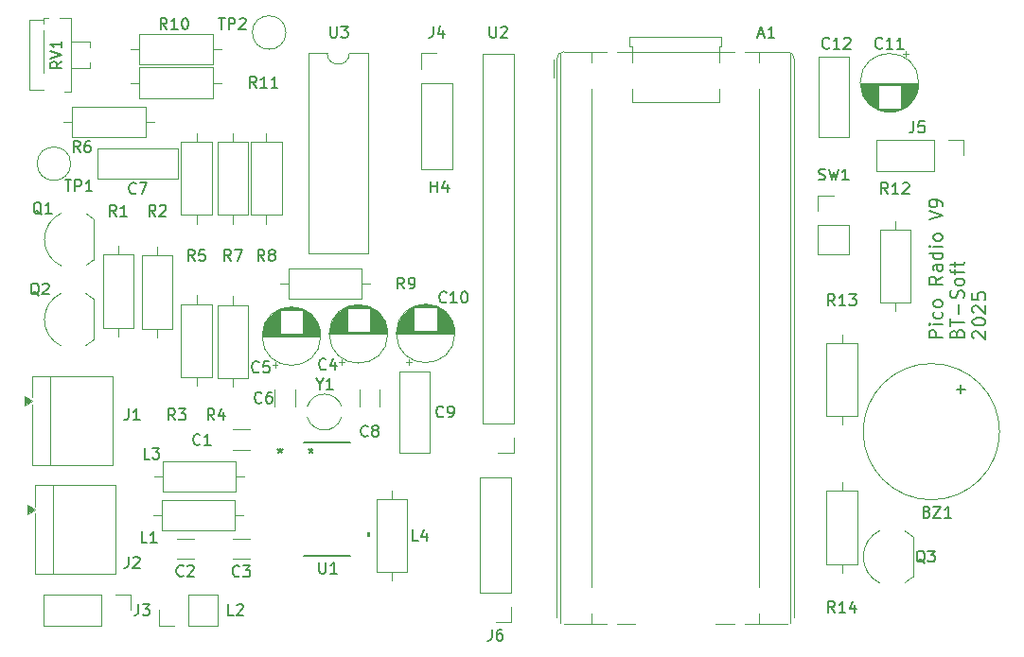
<source format=gbr>
%TF.GenerationSoftware,KiCad,Pcbnew,9.0.6*%
%TF.CreationDate,2025-12-26T08:37:33+01:00*%
%TF.ProjectId,pico-radio-9-k_toldalas,7069636f-2d72-4616-9469-6f2d392d6be9,rev?*%
%TF.SameCoordinates,Original*%
%TF.FileFunction,Legend,Top*%
%TF.FilePolarity,Positive*%
%FSLAX46Y46*%
G04 Gerber Fmt 4.6, Leading zero omitted, Abs format (unit mm)*
G04 Created by KiCad (PCBNEW 9.0.6) date 2025-12-26 08:37:33*
%MOMM*%
%LPD*%
G01*
G04 APERTURE LIST*
%ADD10C,0.187500*%
%ADD11C,0.150000*%
%ADD12C,0.120000*%
%ADD13C,0.152400*%
%ADD14C,0.000000*%
G04 APERTURE END LIST*
D10*
X134729526Y-59340930D02*
X133529526Y-59340930D01*
X133529526Y-59340930D02*
X133529526Y-58883787D01*
X133529526Y-58883787D02*
X133586669Y-58769502D01*
X133586669Y-58769502D02*
X133643812Y-58712359D01*
X133643812Y-58712359D02*
X133758098Y-58655216D01*
X133758098Y-58655216D02*
X133929526Y-58655216D01*
X133929526Y-58655216D02*
X134043812Y-58712359D01*
X134043812Y-58712359D02*
X134100955Y-58769502D01*
X134100955Y-58769502D02*
X134158098Y-58883787D01*
X134158098Y-58883787D02*
X134158098Y-59340930D01*
X134729526Y-58140930D02*
X133929526Y-58140930D01*
X133529526Y-58140930D02*
X133586669Y-58198073D01*
X133586669Y-58198073D02*
X133643812Y-58140930D01*
X133643812Y-58140930D02*
X133586669Y-58083787D01*
X133586669Y-58083787D02*
X133529526Y-58140930D01*
X133529526Y-58140930D02*
X133643812Y-58140930D01*
X134672384Y-57055216D02*
X134729526Y-57169501D01*
X134729526Y-57169501D02*
X134729526Y-57398073D01*
X134729526Y-57398073D02*
X134672384Y-57512358D01*
X134672384Y-57512358D02*
X134615241Y-57569501D01*
X134615241Y-57569501D02*
X134500955Y-57626644D01*
X134500955Y-57626644D02*
X134158098Y-57626644D01*
X134158098Y-57626644D02*
X134043812Y-57569501D01*
X134043812Y-57569501D02*
X133986669Y-57512358D01*
X133986669Y-57512358D02*
X133929526Y-57398073D01*
X133929526Y-57398073D02*
X133929526Y-57169501D01*
X133929526Y-57169501D02*
X133986669Y-57055216D01*
X134729526Y-56369502D02*
X134672384Y-56483787D01*
X134672384Y-56483787D02*
X134615241Y-56540930D01*
X134615241Y-56540930D02*
X134500955Y-56598073D01*
X134500955Y-56598073D02*
X134158098Y-56598073D01*
X134158098Y-56598073D02*
X134043812Y-56540930D01*
X134043812Y-56540930D02*
X133986669Y-56483787D01*
X133986669Y-56483787D02*
X133929526Y-56369502D01*
X133929526Y-56369502D02*
X133929526Y-56198073D01*
X133929526Y-56198073D02*
X133986669Y-56083787D01*
X133986669Y-56083787D02*
X134043812Y-56026645D01*
X134043812Y-56026645D02*
X134158098Y-55969502D01*
X134158098Y-55969502D02*
X134500955Y-55969502D01*
X134500955Y-55969502D02*
X134615241Y-56026645D01*
X134615241Y-56026645D02*
X134672384Y-56083787D01*
X134672384Y-56083787D02*
X134729526Y-56198073D01*
X134729526Y-56198073D02*
X134729526Y-56369502D01*
X134729526Y-53855216D02*
X134158098Y-54255216D01*
X134729526Y-54540930D02*
X133529526Y-54540930D01*
X133529526Y-54540930D02*
X133529526Y-54083787D01*
X133529526Y-54083787D02*
X133586669Y-53969502D01*
X133586669Y-53969502D02*
X133643812Y-53912359D01*
X133643812Y-53912359D02*
X133758098Y-53855216D01*
X133758098Y-53855216D02*
X133929526Y-53855216D01*
X133929526Y-53855216D02*
X134043812Y-53912359D01*
X134043812Y-53912359D02*
X134100955Y-53969502D01*
X134100955Y-53969502D02*
X134158098Y-54083787D01*
X134158098Y-54083787D02*
X134158098Y-54540930D01*
X134729526Y-52826645D02*
X134100955Y-52826645D01*
X134100955Y-52826645D02*
X133986669Y-52883787D01*
X133986669Y-52883787D02*
X133929526Y-52998073D01*
X133929526Y-52998073D02*
X133929526Y-53226645D01*
X133929526Y-53226645D02*
X133986669Y-53340930D01*
X134672384Y-52826645D02*
X134729526Y-52940930D01*
X134729526Y-52940930D02*
X134729526Y-53226645D01*
X134729526Y-53226645D02*
X134672384Y-53340930D01*
X134672384Y-53340930D02*
X134558098Y-53398073D01*
X134558098Y-53398073D02*
X134443812Y-53398073D01*
X134443812Y-53398073D02*
X134329526Y-53340930D01*
X134329526Y-53340930D02*
X134272384Y-53226645D01*
X134272384Y-53226645D02*
X134272384Y-52940930D01*
X134272384Y-52940930D02*
X134215241Y-52826645D01*
X134729526Y-51740931D02*
X133529526Y-51740931D01*
X134672384Y-51740931D02*
X134729526Y-51855216D01*
X134729526Y-51855216D02*
X134729526Y-52083788D01*
X134729526Y-52083788D02*
X134672384Y-52198073D01*
X134672384Y-52198073D02*
X134615241Y-52255216D01*
X134615241Y-52255216D02*
X134500955Y-52312359D01*
X134500955Y-52312359D02*
X134158098Y-52312359D01*
X134158098Y-52312359D02*
X134043812Y-52255216D01*
X134043812Y-52255216D02*
X133986669Y-52198073D01*
X133986669Y-52198073D02*
X133929526Y-52083788D01*
X133929526Y-52083788D02*
X133929526Y-51855216D01*
X133929526Y-51855216D02*
X133986669Y-51740931D01*
X134729526Y-51169502D02*
X133929526Y-51169502D01*
X133529526Y-51169502D02*
X133586669Y-51226645D01*
X133586669Y-51226645D02*
X133643812Y-51169502D01*
X133643812Y-51169502D02*
X133586669Y-51112359D01*
X133586669Y-51112359D02*
X133529526Y-51169502D01*
X133529526Y-51169502D02*
X133643812Y-51169502D01*
X134729526Y-50426645D02*
X134672384Y-50540930D01*
X134672384Y-50540930D02*
X134615241Y-50598073D01*
X134615241Y-50598073D02*
X134500955Y-50655216D01*
X134500955Y-50655216D02*
X134158098Y-50655216D01*
X134158098Y-50655216D02*
X134043812Y-50598073D01*
X134043812Y-50598073D02*
X133986669Y-50540930D01*
X133986669Y-50540930D02*
X133929526Y-50426645D01*
X133929526Y-50426645D02*
X133929526Y-50255216D01*
X133929526Y-50255216D02*
X133986669Y-50140930D01*
X133986669Y-50140930D02*
X134043812Y-50083788D01*
X134043812Y-50083788D02*
X134158098Y-50026645D01*
X134158098Y-50026645D02*
X134500955Y-50026645D01*
X134500955Y-50026645D02*
X134615241Y-50083788D01*
X134615241Y-50083788D02*
X134672384Y-50140930D01*
X134672384Y-50140930D02*
X134729526Y-50255216D01*
X134729526Y-50255216D02*
X134729526Y-50426645D01*
X133529526Y-48769502D02*
X134729526Y-48369502D01*
X134729526Y-48369502D02*
X133529526Y-47969502D01*
X134729526Y-47512359D02*
X134729526Y-47283788D01*
X134729526Y-47283788D02*
X134672384Y-47169502D01*
X134672384Y-47169502D02*
X134615241Y-47112359D01*
X134615241Y-47112359D02*
X134443812Y-46998074D01*
X134443812Y-46998074D02*
X134215241Y-46940931D01*
X134215241Y-46940931D02*
X133758098Y-46940931D01*
X133758098Y-46940931D02*
X133643812Y-46998074D01*
X133643812Y-46998074D02*
X133586669Y-47055217D01*
X133586669Y-47055217D02*
X133529526Y-47169502D01*
X133529526Y-47169502D02*
X133529526Y-47398074D01*
X133529526Y-47398074D02*
X133586669Y-47512359D01*
X133586669Y-47512359D02*
X133643812Y-47569502D01*
X133643812Y-47569502D02*
X133758098Y-47626645D01*
X133758098Y-47626645D02*
X134043812Y-47626645D01*
X134043812Y-47626645D02*
X134158098Y-47569502D01*
X134158098Y-47569502D02*
X134215241Y-47512359D01*
X134215241Y-47512359D02*
X134272384Y-47398074D01*
X134272384Y-47398074D02*
X134272384Y-47169502D01*
X134272384Y-47169502D02*
X134215241Y-47055217D01*
X134215241Y-47055217D02*
X134158098Y-46998074D01*
X134158098Y-46998074D02*
X134043812Y-46940931D01*
X136032888Y-58940930D02*
X136090031Y-58769502D01*
X136090031Y-58769502D02*
X136147174Y-58712359D01*
X136147174Y-58712359D02*
X136261459Y-58655216D01*
X136261459Y-58655216D02*
X136432888Y-58655216D01*
X136432888Y-58655216D02*
X136547174Y-58712359D01*
X136547174Y-58712359D02*
X136604317Y-58769502D01*
X136604317Y-58769502D02*
X136661459Y-58883787D01*
X136661459Y-58883787D02*
X136661459Y-59340930D01*
X136661459Y-59340930D02*
X135461459Y-59340930D01*
X135461459Y-59340930D02*
X135461459Y-58940930D01*
X135461459Y-58940930D02*
X135518602Y-58826645D01*
X135518602Y-58826645D02*
X135575745Y-58769502D01*
X135575745Y-58769502D02*
X135690031Y-58712359D01*
X135690031Y-58712359D02*
X135804317Y-58712359D01*
X135804317Y-58712359D02*
X135918602Y-58769502D01*
X135918602Y-58769502D02*
X135975745Y-58826645D01*
X135975745Y-58826645D02*
X136032888Y-58940930D01*
X136032888Y-58940930D02*
X136032888Y-59340930D01*
X135461459Y-58312359D02*
X135461459Y-57626645D01*
X136661459Y-57969502D02*
X135461459Y-57969502D01*
X136204317Y-57226644D02*
X136204317Y-56312359D01*
X136604317Y-55798073D02*
X136661459Y-55626645D01*
X136661459Y-55626645D02*
X136661459Y-55340930D01*
X136661459Y-55340930D02*
X136604317Y-55226645D01*
X136604317Y-55226645D02*
X136547174Y-55169502D01*
X136547174Y-55169502D02*
X136432888Y-55112359D01*
X136432888Y-55112359D02*
X136318602Y-55112359D01*
X136318602Y-55112359D02*
X136204317Y-55169502D01*
X136204317Y-55169502D02*
X136147174Y-55226645D01*
X136147174Y-55226645D02*
X136090031Y-55340930D01*
X136090031Y-55340930D02*
X136032888Y-55569502D01*
X136032888Y-55569502D02*
X135975745Y-55683787D01*
X135975745Y-55683787D02*
X135918602Y-55740930D01*
X135918602Y-55740930D02*
X135804317Y-55798073D01*
X135804317Y-55798073D02*
X135690031Y-55798073D01*
X135690031Y-55798073D02*
X135575745Y-55740930D01*
X135575745Y-55740930D02*
X135518602Y-55683787D01*
X135518602Y-55683787D02*
X135461459Y-55569502D01*
X135461459Y-55569502D02*
X135461459Y-55283787D01*
X135461459Y-55283787D02*
X135518602Y-55112359D01*
X136661459Y-54426645D02*
X136604317Y-54540930D01*
X136604317Y-54540930D02*
X136547174Y-54598073D01*
X136547174Y-54598073D02*
X136432888Y-54655216D01*
X136432888Y-54655216D02*
X136090031Y-54655216D01*
X136090031Y-54655216D02*
X135975745Y-54598073D01*
X135975745Y-54598073D02*
X135918602Y-54540930D01*
X135918602Y-54540930D02*
X135861459Y-54426645D01*
X135861459Y-54426645D02*
X135861459Y-54255216D01*
X135861459Y-54255216D02*
X135918602Y-54140930D01*
X135918602Y-54140930D02*
X135975745Y-54083788D01*
X135975745Y-54083788D02*
X136090031Y-54026645D01*
X136090031Y-54026645D02*
X136432888Y-54026645D01*
X136432888Y-54026645D02*
X136547174Y-54083788D01*
X136547174Y-54083788D02*
X136604317Y-54140930D01*
X136604317Y-54140930D02*
X136661459Y-54255216D01*
X136661459Y-54255216D02*
X136661459Y-54426645D01*
X135861459Y-53683788D02*
X135861459Y-53226645D01*
X136661459Y-53512359D02*
X135632888Y-53512359D01*
X135632888Y-53512359D02*
X135518602Y-53455216D01*
X135518602Y-53455216D02*
X135461459Y-53340931D01*
X135461459Y-53340931D02*
X135461459Y-53226645D01*
X135861459Y-52998074D02*
X135861459Y-52540931D01*
X135461459Y-52826645D02*
X136490031Y-52826645D01*
X136490031Y-52826645D02*
X136604317Y-52769502D01*
X136604317Y-52769502D02*
X136661459Y-52655217D01*
X136661459Y-52655217D02*
X136661459Y-52540931D01*
X137507678Y-59398073D02*
X137450535Y-59340930D01*
X137450535Y-59340930D02*
X137393392Y-59226645D01*
X137393392Y-59226645D02*
X137393392Y-58940930D01*
X137393392Y-58940930D02*
X137450535Y-58826645D01*
X137450535Y-58826645D02*
X137507678Y-58769502D01*
X137507678Y-58769502D02*
X137621964Y-58712359D01*
X137621964Y-58712359D02*
X137736250Y-58712359D01*
X137736250Y-58712359D02*
X137907678Y-58769502D01*
X137907678Y-58769502D02*
X138593392Y-59455216D01*
X138593392Y-59455216D02*
X138593392Y-58712359D01*
X137393392Y-57969502D02*
X137393392Y-57855216D01*
X137393392Y-57855216D02*
X137450535Y-57740930D01*
X137450535Y-57740930D02*
X137507678Y-57683788D01*
X137507678Y-57683788D02*
X137621964Y-57626645D01*
X137621964Y-57626645D02*
X137850535Y-57569502D01*
X137850535Y-57569502D02*
X138136250Y-57569502D01*
X138136250Y-57569502D02*
X138364821Y-57626645D01*
X138364821Y-57626645D02*
X138479107Y-57683788D01*
X138479107Y-57683788D02*
X138536250Y-57740930D01*
X138536250Y-57740930D02*
X138593392Y-57855216D01*
X138593392Y-57855216D02*
X138593392Y-57969502D01*
X138593392Y-57969502D02*
X138536250Y-58083788D01*
X138536250Y-58083788D02*
X138479107Y-58140930D01*
X138479107Y-58140930D02*
X138364821Y-58198073D01*
X138364821Y-58198073D02*
X138136250Y-58255216D01*
X138136250Y-58255216D02*
X137850535Y-58255216D01*
X137850535Y-58255216D02*
X137621964Y-58198073D01*
X137621964Y-58198073D02*
X137507678Y-58140930D01*
X137507678Y-58140930D02*
X137450535Y-58083788D01*
X137450535Y-58083788D02*
X137393392Y-57969502D01*
X137507678Y-57112359D02*
X137450535Y-57055216D01*
X137450535Y-57055216D02*
X137393392Y-56940931D01*
X137393392Y-56940931D02*
X137393392Y-56655216D01*
X137393392Y-56655216D02*
X137450535Y-56540931D01*
X137450535Y-56540931D02*
X137507678Y-56483788D01*
X137507678Y-56483788D02*
X137621964Y-56426645D01*
X137621964Y-56426645D02*
X137736250Y-56426645D01*
X137736250Y-56426645D02*
X137907678Y-56483788D01*
X137907678Y-56483788D02*
X138593392Y-57169502D01*
X138593392Y-57169502D02*
X138593392Y-56426645D01*
X137393392Y-55340931D02*
X137393392Y-55912359D01*
X137393392Y-55912359D02*
X137964821Y-55969502D01*
X137964821Y-55969502D02*
X137907678Y-55912359D01*
X137907678Y-55912359D02*
X137850535Y-55798074D01*
X137850535Y-55798074D02*
X137850535Y-55512359D01*
X137850535Y-55512359D02*
X137907678Y-55398074D01*
X137907678Y-55398074D02*
X137964821Y-55340931D01*
X137964821Y-55340931D02*
X138079107Y-55283788D01*
X138079107Y-55283788D02*
X138364821Y-55283788D01*
X138364821Y-55283788D02*
X138479107Y-55340931D01*
X138479107Y-55340931D02*
X138536250Y-55398074D01*
X138536250Y-55398074D02*
X138593392Y-55512359D01*
X138593392Y-55512359D02*
X138593392Y-55798074D01*
X138593392Y-55798074D02*
X138536250Y-55912359D01*
X138536250Y-55912359D02*
X138479107Y-55969502D01*
D11*
X118289160Y-32169104D02*
X118765350Y-32169104D01*
X118193922Y-32454819D02*
X118527255Y-31454819D01*
X118527255Y-31454819D02*
X118860588Y-32454819D01*
X119717731Y-32454819D02*
X119146303Y-32454819D01*
X119432017Y-32454819D02*
X119432017Y-31454819D01*
X119432017Y-31454819D02*
X119336779Y-31597676D01*
X119336779Y-31597676D02*
X119241541Y-31692914D01*
X119241541Y-31692914D02*
X119146303Y-31740533D01*
X124607142Y-33359580D02*
X124559523Y-33407200D01*
X124559523Y-33407200D02*
X124416666Y-33454819D01*
X124416666Y-33454819D02*
X124321428Y-33454819D01*
X124321428Y-33454819D02*
X124178571Y-33407200D01*
X124178571Y-33407200D02*
X124083333Y-33311961D01*
X124083333Y-33311961D02*
X124035714Y-33216723D01*
X124035714Y-33216723D02*
X123988095Y-33026247D01*
X123988095Y-33026247D02*
X123988095Y-32883390D01*
X123988095Y-32883390D02*
X124035714Y-32692914D01*
X124035714Y-32692914D02*
X124083333Y-32597676D01*
X124083333Y-32597676D02*
X124178571Y-32502438D01*
X124178571Y-32502438D02*
X124321428Y-32454819D01*
X124321428Y-32454819D02*
X124416666Y-32454819D01*
X124416666Y-32454819D02*
X124559523Y-32502438D01*
X124559523Y-32502438D02*
X124607142Y-32550057D01*
X125559523Y-33454819D02*
X124988095Y-33454819D01*
X125273809Y-33454819D02*
X125273809Y-32454819D01*
X125273809Y-32454819D02*
X125178571Y-32597676D01*
X125178571Y-32597676D02*
X125083333Y-32692914D01*
X125083333Y-32692914D02*
X124988095Y-32740533D01*
X125940476Y-32550057D02*
X125988095Y-32502438D01*
X125988095Y-32502438D02*
X126083333Y-32454819D01*
X126083333Y-32454819D02*
X126321428Y-32454819D01*
X126321428Y-32454819D02*
X126416666Y-32502438D01*
X126416666Y-32502438D02*
X126464285Y-32550057D01*
X126464285Y-32550057D02*
X126511904Y-32645295D01*
X126511904Y-32645295D02*
X126511904Y-32740533D01*
X126511904Y-32740533D02*
X126464285Y-32883390D01*
X126464285Y-32883390D02*
X125892857Y-33454819D01*
X125892857Y-33454819D02*
X126511904Y-33454819D01*
X57583333Y-42704819D02*
X57250000Y-42228628D01*
X57011905Y-42704819D02*
X57011905Y-41704819D01*
X57011905Y-41704819D02*
X57392857Y-41704819D01*
X57392857Y-41704819D02*
X57488095Y-41752438D01*
X57488095Y-41752438D02*
X57535714Y-41800057D01*
X57535714Y-41800057D02*
X57583333Y-41895295D01*
X57583333Y-41895295D02*
X57583333Y-42038152D01*
X57583333Y-42038152D02*
X57535714Y-42133390D01*
X57535714Y-42133390D02*
X57488095Y-42181009D01*
X57488095Y-42181009D02*
X57392857Y-42228628D01*
X57392857Y-42228628D02*
X57011905Y-42228628D01*
X58440476Y-41704819D02*
X58250000Y-41704819D01*
X58250000Y-41704819D02*
X58154762Y-41752438D01*
X58154762Y-41752438D02*
X58107143Y-41800057D01*
X58107143Y-41800057D02*
X58011905Y-41942914D01*
X58011905Y-41942914D02*
X57964286Y-42133390D01*
X57964286Y-42133390D02*
X57964286Y-42514342D01*
X57964286Y-42514342D02*
X58011905Y-42609580D01*
X58011905Y-42609580D02*
X58059524Y-42657200D01*
X58059524Y-42657200D02*
X58154762Y-42704819D01*
X58154762Y-42704819D02*
X58345238Y-42704819D01*
X58345238Y-42704819D02*
X58440476Y-42657200D01*
X58440476Y-42657200D02*
X58488095Y-42609580D01*
X58488095Y-42609580D02*
X58535714Y-42514342D01*
X58535714Y-42514342D02*
X58535714Y-42276247D01*
X58535714Y-42276247D02*
X58488095Y-42181009D01*
X58488095Y-42181009D02*
X58440476Y-42133390D01*
X58440476Y-42133390D02*
X58345238Y-42085771D01*
X58345238Y-42085771D02*
X58154762Y-42085771D01*
X58154762Y-42085771D02*
X58059524Y-42133390D01*
X58059524Y-42133390D02*
X58011905Y-42181009D01*
X58011905Y-42181009D02*
X57964286Y-42276247D01*
X68333333Y-68859580D02*
X68285714Y-68907200D01*
X68285714Y-68907200D02*
X68142857Y-68954819D01*
X68142857Y-68954819D02*
X68047619Y-68954819D01*
X68047619Y-68954819D02*
X67904762Y-68907200D01*
X67904762Y-68907200D02*
X67809524Y-68811961D01*
X67809524Y-68811961D02*
X67761905Y-68716723D01*
X67761905Y-68716723D02*
X67714286Y-68526247D01*
X67714286Y-68526247D02*
X67714286Y-68383390D01*
X67714286Y-68383390D02*
X67761905Y-68192914D01*
X67761905Y-68192914D02*
X67809524Y-68097676D01*
X67809524Y-68097676D02*
X67904762Y-68002438D01*
X67904762Y-68002438D02*
X68047619Y-67954819D01*
X68047619Y-67954819D02*
X68142857Y-67954819D01*
X68142857Y-67954819D02*
X68285714Y-68002438D01*
X68285714Y-68002438D02*
X68333333Y-68050057D01*
X69285714Y-68954819D02*
X68714286Y-68954819D01*
X69000000Y-68954819D02*
X69000000Y-67954819D01*
X69000000Y-67954819D02*
X68904762Y-68097676D01*
X68904762Y-68097676D02*
X68809524Y-68192914D01*
X68809524Y-68192914D02*
X68714286Y-68240533D01*
X94238095Y-31454819D02*
X94238095Y-32264342D01*
X94238095Y-32264342D02*
X94285714Y-32359580D01*
X94285714Y-32359580D02*
X94333333Y-32407200D01*
X94333333Y-32407200D02*
X94428571Y-32454819D01*
X94428571Y-32454819D02*
X94619047Y-32454819D01*
X94619047Y-32454819D02*
X94714285Y-32407200D01*
X94714285Y-32407200D02*
X94761904Y-32359580D01*
X94761904Y-32359580D02*
X94809523Y-32264342D01*
X94809523Y-32264342D02*
X94809523Y-31454819D01*
X95238095Y-31550057D02*
X95285714Y-31502438D01*
X95285714Y-31502438D02*
X95380952Y-31454819D01*
X95380952Y-31454819D02*
X95619047Y-31454819D01*
X95619047Y-31454819D02*
X95714285Y-31502438D01*
X95714285Y-31502438D02*
X95761904Y-31550057D01*
X95761904Y-31550057D02*
X95809523Y-31645295D01*
X95809523Y-31645295D02*
X95809523Y-31740533D01*
X95809523Y-31740533D02*
X95761904Y-31883390D01*
X95761904Y-31883390D02*
X95190476Y-32454819D01*
X95190476Y-32454819D02*
X95809523Y-32454819D01*
X73583333Y-62359580D02*
X73535714Y-62407200D01*
X73535714Y-62407200D02*
X73392857Y-62454819D01*
X73392857Y-62454819D02*
X73297619Y-62454819D01*
X73297619Y-62454819D02*
X73154762Y-62407200D01*
X73154762Y-62407200D02*
X73059524Y-62311961D01*
X73059524Y-62311961D02*
X73011905Y-62216723D01*
X73011905Y-62216723D02*
X72964286Y-62026247D01*
X72964286Y-62026247D02*
X72964286Y-61883390D01*
X72964286Y-61883390D02*
X73011905Y-61692914D01*
X73011905Y-61692914D02*
X73059524Y-61597676D01*
X73059524Y-61597676D02*
X73154762Y-61502438D01*
X73154762Y-61502438D02*
X73297619Y-61454819D01*
X73297619Y-61454819D02*
X73392857Y-61454819D01*
X73392857Y-61454819D02*
X73535714Y-61502438D01*
X73535714Y-61502438D02*
X73583333Y-61550057D01*
X74488095Y-61454819D02*
X74011905Y-61454819D01*
X74011905Y-61454819D02*
X73964286Y-61931009D01*
X73964286Y-61931009D02*
X74011905Y-61883390D01*
X74011905Y-61883390D02*
X74107143Y-61835771D01*
X74107143Y-61835771D02*
X74345238Y-61835771D01*
X74345238Y-61835771D02*
X74440476Y-61883390D01*
X74440476Y-61883390D02*
X74488095Y-61931009D01*
X74488095Y-61931009D02*
X74535714Y-62026247D01*
X74535714Y-62026247D02*
X74535714Y-62264342D01*
X74535714Y-62264342D02*
X74488095Y-62359580D01*
X74488095Y-62359580D02*
X74440476Y-62407200D01*
X74440476Y-62407200D02*
X74345238Y-62454819D01*
X74345238Y-62454819D02*
X74107143Y-62454819D01*
X74107143Y-62454819D02*
X74011905Y-62407200D01*
X74011905Y-62407200D02*
X73964286Y-62359580D01*
X65357142Y-31704819D02*
X65023809Y-31228628D01*
X64785714Y-31704819D02*
X64785714Y-30704819D01*
X64785714Y-30704819D02*
X65166666Y-30704819D01*
X65166666Y-30704819D02*
X65261904Y-30752438D01*
X65261904Y-30752438D02*
X65309523Y-30800057D01*
X65309523Y-30800057D02*
X65357142Y-30895295D01*
X65357142Y-30895295D02*
X65357142Y-31038152D01*
X65357142Y-31038152D02*
X65309523Y-31133390D01*
X65309523Y-31133390D02*
X65261904Y-31181009D01*
X65261904Y-31181009D02*
X65166666Y-31228628D01*
X65166666Y-31228628D02*
X64785714Y-31228628D01*
X66309523Y-31704819D02*
X65738095Y-31704819D01*
X66023809Y-31704819D02*
X66023809Y-30704819D01*
X66023809Y-30704819D02*
X65928571Y-30847676D01*
X65928571Y-30847676D02*
X65833333Y-30942914D01*
X65833333Y-30942914D02*
X65738095Y-30990533D01*
X66928571Y-30704819D02*
X67023809Y-30704819D01*
X67023809Y-30704819D02*
X67119047Y-30752438D01*
X67119047Y-30752438D02*
X67166666Y-30800057D01*
X67166666Y-30800057D02*
X67214285Y-30895295D01*
X67214285Y-30895295D02*
X67261904Y-31085771D01*
X67261904Y-31085771D02*
X67261904Y-31323866D01*
X67261904Y-31323866D02*
X67214285Y-31514342D01*
X67214285Y-31514342D02*
X67166666Y-31609580D01*
X67166666Y-31609580D02*
X67119047Y-31657200D01*
X67119047Y-31657200D02*
X67023809Y-31704819D01*
X67023809Y-31704819D02*
X66928571Y-31704819D01*
X66928571Y-31704819D02*
X66833333Y-31657200D01*
X66833333Y-31657200D02*
X66785714Y-31609580D01*
X66785714Y-31609580D02*
X66738095Y-31514342D01*
X66738095Y-31514342D02*
X66690476Y-31323866D01*
X66690476Y-31323866D02*
X66690476Y-31085771D01*
X66690476Y-31085771D02*
X66738095Y-30895295D01*
X66738095Y-30895295D02*
X66785714Y-30800057D01*
X66785714Y-30800057D02*
X66833333Y-30752438D01*
X66833333Y-30752438D02*
X66928571Y-30704819D01*
X71833333Y-80649580D02*
X71785714Y-80697200D01*
X71785714Y-80697200D02*
X71642857Y-80744819D01*
X71642857Y-80744819D02*
X71547619Y-80744819D01*
X71547619Y-80744819D02*
X71404762Y-80697200D01*
X71404762Y-80697200D02*
X71309524Y-80601961D01*
X71309524Y-80601961D02*
X71261905Y-80506723D01*
X71261905Y-80506723D02*
X71214286Y-80316247D01*
X71214286Y-80316247D02*
X71214286Y-80173390D01*
X71214286Y-80173390D02*
X71261905Y-79982914D01*
X71261905Y-79982914D02*
X71309524Y-79887676D01*
X71309524Y-79887676D02*
X71404762Y-79792438D01*
X71404762Y-79792438D02*
X71547619Y-79744819D01*
X71547619Y-79744819D02*
X71642857Y-79744819D01*
X71642857Y-79744819D02*
X71785714Y-79792438D01*
X71785714Y-79792438D02*
X71833333Y-79840057D01*
X72166667Y-79744819D02*
X72785714Y-79744819D01*
X72785714Y-79744819D02*
X72452381Y-80125771D01*
X72452381Y-80125771D02*
X72595238Y-80125771D01*
X72595238Y-80125771D02*
X72690476Y-80173390D01*
X72690476Y-80173390D02*
X72738095Y-80221009D01*
X72738095Y-80221009D02*
X72785714Y-80316247D01*
X72785714Y-80316247D02*
X72785714Y-80554342D01*
X72785714Y-80554342D02*
X72738095Y-80649580D01*
X72738095Y-80649580D02*
X72690476Y-80697200D01*
X72690476Y-80697200D02*
X72595238Y-80744819D01*
X72595238Y-80744819D02*
X72309524Y-80744819D01*
X72309524Y-80744819D02*
X72214286Y-80697200D01*
X72214286Y-80697200D02*
X72166667Y-80649580D01*
X69583333Y-66704819D02*
X69250000Y-66228628D01*
X69011905Y-66704819D02*
X69011905Y-65704819D01*
X69011905Y-65704819D02*
X69392857Y-65704819D01*
X69392857Y-65704819D02*
X69488095Y-65752438D01*
X69488095Y-65752438D02*
X69535714Y-65800057D01*
X69535714Y-65800057D02*
X69583333Y-65895295D01*
X69583333Y-65895295D02*
X69583333Y-66038152D01*
X69583333Y-66038152D02*
X69535714Y-66133390D01*
X69535714Y-66133390D02*
X69488095Y-66181009D01*
X69488095Y-66181009D02*
X69392857Y-66228628D01*
X69392857Y-66228628D02*
X69011905Y-66228628D01*
X70440476Y-66038152D02*
X70440476Y-66704819D01*
X70202381Y-65657200D02*
X69964286Y-66371485D01*
X69964286Y-66371485D02*
X70583333Y-66371485D01*
X64333333Y-48454819D02*
X64000000Y-47978628D01*
X63761905Y-48454819D02*
X63761905Y-47454819D01*
X63761905Y-47454819D02*
X64142857Y-47454819D01*
X64142857Y-47454819D02*
X64238095Y-47502438D01*
X64238095Y-47502438D02*
X64285714Y-47550057D01*
X64285714Y-47550057D02*
X64333333Y-47645295D01*
X64333333Y-47645295D02*
X64333333Y-47788152D01*
X64333333Y-47788152D02*
X64285714Y-47883390D01*
X64285714Y-47883390D02*
X64238095Y-47931009D01*
X64238095Y-47931009D02*
X64142857Y-47978628D01*
X64142857Y-47978628D02*
X63761905Y-47978628D01*
X64714286Y-47550057D02*
X64761905Y-47502438D01*
X64761905Y-47502438D02*
X64857143Y-47454819D01*
X64857143Y-47454819D02*
X65095238Y-47454819D01*
X65095238Y-47454819D02*
X65190476Y-47502438D01*
X65190476Y-47502438D02*
X65238095Y-47550057D01*
X65238095Y-47550057D02*
X65285714Y-47645295D01*
X65285714Y-47645295D02*
X65285714Y-47740533D01*
X65285714Y-47740533D02*
X65238095Y-47883390D01*
X65238095Y-47883390D02*
X64666667Y-48454819D01*
X64666667Y-48454819D02*
X65285714Y-48454819D01*
X53904761Y-55550057D02*
X53809523Y-55502438D01*
X53809523Y-55502438D02*
X53714285Y-55407200D01*
X53714285Y-55407200D02*
X53571428Y-55264342D01*
X53571428Y-55264342D02*
X53476190Y-55216723D01*
X53476190Y-55216723D02*
X53380952Y-55216723D01*
X53428571Y-55454819D02*
X53333333Y-55407200D01*
X53333333Y-55407200D02*
X53238095Y-55311961D01*
X53238095Y-55311961D02*
X53190476Y-55121485D01*
X53190476Y-55121485D02*
X53190476Y-54788152D01*
X53190476Y-54788152D02*
X53238095Y-54597676D01*
X53238095Y-54597676D02*
X53333333Y-54502438D01*
X53333333Y-54502438D02*
X53428571Y-54454819D01*
X53428571Y-54454819D02*
X53619047Y-54454819D01*
X53619047Y-54454819D02*
X53714285Y-54502438D01*
X53714285Y-54502438D02*
X53809523Y-54597676D01*
X53809523Y-54597676D02*
X53857142Y-54788152D01*
X53857142Y-54788152D02*
X53857142Y-55121485D01*
X53857142Y-55121485D02*
X53809523Y-55311961D01*
X53809523Y-55311961D02*
X53714285Y-55407200D01*
X53714285Y-55407200D02*
X53619047Y-55454819D01*
X53619047Y-55454819D02*
X53428571Y-55454819D01*
X54238095Y-54550057D02*
X54285714Y-54502438D01*
X54285714Y-54502438D02*
X54380952Y-54454819D01*
X54380952Y-54454819D02*
X54619047Y-54454819D01*
X54619047Y-54454819D02*
X54714285Y-54502438D01*
X54714285Y-54502438D02*
X54761904Y-54550057D01*
X54761904Y-54550057D02*
X54809523Y-54645295D01*
X54809523Y-54645295D02*
X54809523Y-54740533D01*
X54809523Y-54740533D02*
X54761904Y-54883390D01*
X54761904Y-54883390D02*
X54190476Y-55454819D01*
X54190476Y-55454819D02*
X54809523Y-55454819D01*
X133369047Y-74931009D02*
X133511904Y-74978628D01*
X133511904Y-74978628D02*
X133559523Y-75026247D01*
X133559523Y-75026247D02*
X133607142Y-75121485D01*
X133607142Y-75121485D02*
X133607142Y-75264342D01*
X133607142Y-75264342D02*
X133559523Y-75359580D01*
X133559523Y-75359580D02*
X133511904Y-75407200D01*
X133511904Y-75407200D02*
X133416666Y-75454819D01*
X133416666Y-75454819D02*
X133035714Y-75454819D01*
X133035714Y-75454819D02*
X133035714Y-74454819D01*
X133035714Y-74454819D02*
X133369047Y-74454819D01*
X133369047Y-74454819D02*
X133464285Y-74502438D01*
X133464285Y-74502438D02*
X133511904Y-74550057D01*
X133511904Y-74550057D02*
X133559523Y-74645295D01*
X133559523Y-74645295D02*
X133559523Y-74740533D01*
X133559523Y-74740533D02*
X133511904Y-74835771D01*
X133511904Y-74835771D02*
X133464285Y-74883390D01*
X133464285Y-74883390D02*
X133369047Y-74931009D01*
X133369047Y-74931009D02*
X133035714Y-74931009D01*
X133940476Y-74454819D02*
X134607142Y-74454819D01*
X134607142Y-74454819D02*
X133940476Y-75454819D01*
X133940476Y-75454819D02*
X134607142Y-75454819D01*
X135511904Y-75454819D02*
X134940476Y-75454819D01*
X135226190Y-75454819D02*
X135226190Y-74454819D01*
X135226190Y-74454819D02*
X135130952Y-74597676D01*
X135130952Y-74597676D02*
X135035714Y-74692914D01*
X135035714Y-74692914D02*
X134940476Y-74740533D01*
X136363866Y-64320951D02*
X136363866Y-63559047D01*
X136744819Y-63939999D02*
X135982914Y-63939999D01*
X125107142Y-56454819D02*
X124773809Y-55978628D01*
X124535714Y-56454819D02*
X124535714Y-55454819D01*
X124535714Y-55454819D02*
X124916666Y-55454819D01*
X124916666Y-55454819D02*
X125011904Y-55502438D01*
X125011904Y-55502438D02*
X125059523Y-55550057D01*
X125059523Y-55550057D02*
X125107142Y-55645295D01*
X125107142Y-55645295D02*
X125107142Y-55788152D01*
X125107142Y-55788152D02*
X125059523Y-55883390D01*
X125059523Y-55883390D02*
X125011904Y-55931009D01*
X125011904Y-55931009D02*
X124916666Y-55978628D01*
X124916666Y-55978628D02*
X124535714Y-55978628D01*
X126059523Y-56454819D02*
X125488095Y-56454819D01*
X125773809Y-56454819D02*
X125773809Y-55454819D01*
X125773809Y-55454819D02*
X125678571Y-55597676D01*
X125678571Y-55597676D02*
X125583333Y-55692914D01*
X125583333Y-55692914D02*
X125488095Y-55740533D01*
X126392857Y-55454819D02*
X127011904Y-55454819D01*
X127011904Y-55454819D02*
X126678571Y-55835771D01*
X126678571Y-55835771D02*
X126821428Y-55835771D01*
X126821428Y-55835771D02*
X126916666Y-55883390D01*
X126916666Y-55883390D02*
X126964285Y-55931009D01*
X126964285Y-55931009D02*
X127011904Y-56026247D01*
X127011904Y-56026247D02*
X127011904Y-56264342D01*
X127011904Y-56264342D02*
X126964285Y-56359580D01*
X126964285Y-56359580D02*
X126916666Y-56407200D01*
X126916666Y-56407200D02*
X126821428Y-56454819D01*
X126821428Y-56454819D02*
X126535714Y-56454819D01*
X126535714Y-56454819D02*
X126440476Y-56407200D01*
X126440476Y-56407200D02*
X126392857Y-56359580D01*
X129857142Y-46454819D02*
X129523809Y-45978628D01*
X129285714Y-46454819D02*
X129285714Y-45454819D01*
X129285714Y-45454819D02*
X129666666Y-45454819D01*
X129666666Y-45454819D02*
X129761904Y-45502438D01*
X129761904Y-45502438D02*
X129809523Y-45550057D01*
X129809523Y-45550057D02*
X129857142Y-45645295D01*
X129857142Y-45645295D02*
X129857142Y-45788152D01*
X129857142Y-45788152D02*
X129809523Y-45883390D01*
X129809523Y-45883390D02*
X129761904Y-45931009D01*
X129761904Y-45931009D02*
X129666666Y-45978628D01*
X129666666Y-45978628D02*
X129285714Y-45978628D01*
X130809523Y-46454819D02*
X130238095Y-46454819D01*
X130523809Y-46454819D02*
X130523809Y-45454819D01*
X130523809Y-45454819D02*
X130428571Y-45597676D01*
X130428571Y-45597676D02*
X130333333Y-45692914D01*
X130333333Y-45692914D02*
X130238095Y-45740533D01*
X131190476Y-45550057D02*
X131238095Y-45502438D01*
X131238095Y-45502438D02*
X131333333Y-45454819D01*
X131333333Y-45454819D02*
X131571428Y-45454819D01*
X131571428Y-45454819D02*
X131666666Y-45502438D01*
X131666666Y-45502438D02*
X131714285Y-45550057D01*
X131714285Y-45550057D02*
X131761904Y-45645295D01*
X131761904Y-45645295D02*
X131761904Y-45740533D01*
X131761904Y-45740533D02*
X131714285Y-45883390D01*
X131714285Y-45883390D02*
X131142857Y-46454819D01*
X131142857Y-46454819D02*
X131761904Y-46454819D01*
X94416666Y-85454819D02*
X94416666Y-86169104D01*
X94416666Y-86169104D02*
X94369047Y-86311961D01*
X94369047Y-86311961D02*
X94273809Y-86407200D01*
X94273809Y-86407200D02*
X94130952Y-86454819D01*
X94130952Y-86454819D02*
X94035714Y-86454819D01*
X95321428Y-85454819D02*
X95130952Y-85454819D01*
X95130952Y-85454819D02*
X95035714Y-85502438D01*
X95035714Y-85502438D02*
X94988095Y-85550057D01*
X94988095Y-85550057D02*
X94892857Y-85692914D01*
X94892857Y-85692914D02*
X94845238Y-85883390D01*
X94845238Y-85883390D02*
X94845238Y-86264342D01*
X94845238Y-86264342D02*
X94892857Y-86359580D01*
X94892857Y-86359580D02*
X94940476Y-86407200D01*
X94940476Y-86407200D02*
X95035714Y-86454819D01*
X95035714Y-86454819D02*
X95226190Y-86454819D01*
X95226190Y-86454819D02*
X95321428Y-86407200D01*
X95321428Y-86407200D02*
X95369047Y-86359580D01*
X95369047Y-86359580D02*
X95416666Y-86264342D01*
X95416666Y-86264342D02*
X95416666Y-86026247D01*
X95416666Y-86026247D02*
X95369047Y-85931009D01*
X95369047Y-85931009D02*
X95321428Y-85883390D01*
X95321428Y-85883390D02*
X95226190Y-85835771D01*
X95226190Y-85835771D02*
X95035714Y-85835771D01*
X95035714Y-85835771D02*
X94940476Y-85883390D01*
X94940476Y-85883390D02*
X94892857Y-85931009D01*
X94892857Y-85931009D02*
X94845238Y-86026247D01*
X132166666Y-39954819D02*
X132166666Y-40669104D01*
X132166666Y-40669104D02*
X132119047Y-40811961D01*
X132119047Y-40811961D02*
X132023809Y-40907200D01*
X132023809Y-40907200D02*
X131880952Y-40954819D01*
X131880952Y-40954819D02*
X131785714Y-40954819D01*
X133119047Y-39954819D02*
X132642857Y-39954819D01*
X132642857Y-39954819D02*
X132595238Y-40431009D01*
X132595238Y-40431009D02*
X132642857Y-40383390D01*
X132642857Y-40383390D02*
X132738095Y-40335771D01*
X132738095Y-40335771D02*
X132976190Y-40335771D01*
X132976190Y-40335771D02*
X133071428Y-40383390D01*
X133071428Y-40383390D02*
X133119047Y-40431009D01*
X133119047Y-40431009D02*
X133166666Y-40526247D01*
X133166666Y-40526247D02*
X133166666Y-40764342D01*
X133166666Y-40764342D02*
X133119047Y-40859580D01*
X133119047Y-40859580D02*
X133071428Y-40907200D01*
X133071428Y-40907200D02*
X132976190Y-40954819D01*
X132976190Y-40954819D02*
X132738095Y-40954819D01*
X132738095Y-40954819D02*
X132642857Y-40907200D01*
X132642857Y-40907200D02*
X132595238Y-40859580D01*
X54154761Y-48300057D02*
X54059523Y-48252438D01*
X54059523Y-48252438D02*
X53964285Y-48157200D01*
X53964285Y-48157200D02*
X53821428Y-48014342D01*
X53821428Y-48014342D02*
X53726190Y-47966723D01*
X53726190Y-47966723D02*
X53630952Y-47966723D01*
X53678571Y-48204819D02*
X53583333Y-48157200D01*
X53583333Y-48157200D02*
X53488095Y-48061961D01*
X53488095Y-48061961D02*
X53440476Y-47871485D01*
X53440476Y-47871485D02*
X53440476Y-47538152D01*
X53440476Y-47538152D02*
X53488095Y-47347676D01*
X53488095Y-47347676D02*
X53583333Y-47252438D01*
X53583333Y-47252438D02*
X53678571Y-47204819D01*
X53678571Y-47204819D02*
X53869047Y-47204819D01*
X53869047Y-47204819D02*
X53964285Y-47252438D01*
X53964285Y-47252438D02*
X54059523Y-47347676D01*
X54059523Y-47347676D02*
X54107142Y-47538152D01*
X54107142Y-47538152D02*
X54107142Y-47871485D01*
X54107142Y-47871485D02*
X54059523Y-48061961D01*
X54059523Y-48061961D02*
X53964285Y-48157200D01*
X53964285Y-48157200D02*
X53869047Y-48204819D01*
X53869047Y-48204819D02*
X53678571Y-48204819D01*
X55059523Y-48204819D02*
X54488095Y-48204819D01*
X54773809Y-48204819D02*
X54773809Y-47204819D01*
X54773809Y-47204819D02*
X54678571Y-47347676D01*
X54678571Y-47347676D02*
X54583333Y-47442914D01*
X54583333Y-47442914D02*
X54488095Y-47490533D01*
X55954819Y-34595238D02*
X55478628Y-34928571D01*
X55954819Y-35166666D02*
X54954819Y-35166666D01*
X54954819Y-35166666D02*
X54954819Y-34785714D01*
X54954819Y-34785714D02*
X55002438Y-34690476D01*
X55002438Y-34690476D02*
X55050057Y-34642857D01*
X55050057Y-34642857D02*
X55145295Y-34595238D01*
X55145295Y-34595238D02*
X55288152Y-34595238D01*
X55288152Y-34595238D02*
X55383390Y-34642857D01*
X55383390Y-34642857D02*
X55431009Y-34690476D01*
X55431009Y-34690476D02*
X55478628Y-34785714D01*
X55478628Y-34785714D02*
X55478628Y-35166666D01*
X54954819Y-34309523D02*
X55954819Y-33976190D01*
X55954819Y-33976190D02*
X54954819Y-33642857D01*
X55954819Y-32785714D02*
X55954819Y-33357142D01*
X55954819Y-33071428D02*
X54954819Y-33071428D01*
X54954819Y-33071428D02*
X55097676Y-33166666D01*
X55097676Y-33166666D02*
X55192914Y-33261904D01*
X55192914Y-33261904D02*
X55240533Y-33357142D01*
X66083333Y-66704819D02*
X65750000Y-66228628D01*
X65511905Y-66704819D02*
X65511905Y-65704819D01*
X65511905Y-65704819D02*
X65892857Y-65704819D01*
X65892857Y-65704819D02*
X65988095Y-65752438D01*
X65988095Y-65752438D02*
X66035714Y-65800057D01*
X66035714Y-65800057D02*
X66083333Y-65895295D01*
X66083333Y-65895295D02*
X66083333Y-66038152D01*
X66083333Y-66038152D02*
X66035714Y-66133390D01*
X66035714Y-66133390D02*
X65988095Y-66181009D01*
X65988095Y-66181009D02*
X65892857Y-66228628D01*
X65892857Y-66228628D02*
X65511905Y-66228628D01*
X66416667Y-65704819D02*
X67035714Y-65704819D01*
X67035714Y-65704819D02*
X66702381Y-66085771D01*
X66702381Y-66085771D02*
X66845238Y-66085771D01*
X66845238Y-66085771D02*
X66940476Y-66133390D01*
X66940476Y-66133390D02*
X66988095Y-66181009D01*
X66988095Y-66181009D02*
X67035714Y-66276247D01*
X67035714Y-66276247D02*
X67035714Y-66514342D01*
X67035714Y-66514342D02*
X66988095Y-66609580D01*
X66988095Y-66609580D02*
X66940476Y-66657200D01*
X66940476Y-66657200D02*
X66845238Y-66704819D01*
X66845238Y-66704819D02*
X66559524Y-66704819D01*
X66559524Y-66704819D02*
X66464286Y-66657200D01*
X66464286Y-66657200D02*
X66416667Y-66609580D01*
X62796666Y-83194819D02*
X62796666Y-83909104D01*
X62796666Y-83909104D02*
X62749047Y-84051961D01*
X62749047Y-84051961D02*
X62653809Y-84147200D01*
X62653809Y-84147200D02*
X62510952Y-84194819D01*
X62510952Y-84194819D02*
X62415714Y-84194819D01*
X63177619Y-83194819D02*
X63796666Y-83194819D01*
X63796666Y-83194819D02*
X63463333Y-83575771D01*
X63463333Y-83575771D02*
X63606190Y-83575771D01*
X63606190Y-83575771D02*
X63701428Y-83623390D01*
X63701428Y-83623390D02*
X63749047Y-83671009D01*
X63749047Y-83671009D02*
X63796666Y-83766247D01*
X63796666Y-83766247D02*
X63796666Y-84004342D01*
X63796666Y-84004342D02*
X63749047Y-84099580D01*
X63749047Y-84099580D02*
X63701428Y-84147200D01*
X63701428Y-84147200D02*
X63606190Y-84194819D01*
X63606190Y-84194819D02*
X63320476Y-84194819D01*
X63320476Y-84194819D02*
X63225238Y-84147200D01*
X63225238Y-84147200D02*
X63177619Y-84099580D01*
X89166666Y-31454819D02*
X89166666Y-32169104D01*
X89166666Y-32169104D02*
X89119047Y-32311961D01*
X89119047Y-32311961D02*
X89023809Y-32407200D01*
X89023809Y-32407200D02*
X88880952Y-32454819D01*
X88880952Y-32454819D02*
X88785714Y-32454819D01*
X90071428Y-31788152D02*
X90071428Y-32454819D01*
X89833333Y-31407200D02*
X89595238Y-32121485D01*
X89595238Y-32121485D02*
X90214285Y-32121485D01*
X71333333Y-84194819D02*
X70857143Y-84194819D01*
X70857143Y-84194819D02*
X70857143Y-83194819D01*
X71619048Y-83290057D02*
X71666667Y-83242438D01*
X71666667Y-83242438D02*
X71761905Y-83194819D01*
X71761905Y-83194819D02*
X72000000Y-83194819D01*
X72000000Y-83194819D02*
X72095238Y-83242438D01*
X72095238Y-83242438D02*
X72142857Y-83290057D01*
X72142857Y-83290057D02*
X72190476Y-83385295D01*
X72190476Y-83385295D02*
X72190476Y-83480533D01*
X72190476Y-83480533D02*
X72142857Y-83623390D01*
X72142857Y-83623390D02*
X71571429Y-84194819D01*
X71571429Y-84194819D02*
X72190476Y-84194819D01*
X90357142Y-56109580D02*
X90309523Y-56157200D01*
X90309523Y-56157200D02*
X90166666Y-56204819D01*
X90166666Y-56204819D02*
X90071428Y-56204819D01*
X90071428Y-56204819D02*
X89928571Y-56157200D01*
X89928571Y-56157200D02*
X89833333Y-56061961D01*
X89833333Y-56061961D02*
X89785714Y-55966723D01*
X89785714Y-55966723D02*
X89738095Y-55776247D01*
X89738095Y-55776247D02*
X89738095Y-55633390D01*
X89738095Y-55633390D02*
X89785714Y-55442914D01*
X89785714Y-55442914D02*
X89833333Y-55347676D01*
X89833333Y-55347676D02*
X89928571Y-55252438D01*
X89928571Y-55252438D02*
X90071428Y-55204819D01*
X90071428Y-55204819D02*
X90166666Y-55204819D01*
X90166666Y-55204819D02*
X90309523Y-55252438D01*
X90309523Y-55252438D02*
X90357142Y-55300057D01*
X91309523Y-56204819D02*
X90738095Y-56204819D01*
X91023809Y-56204819D02*
X91023809Y-55204819D01*
X91023809Y-55204819D02*
X90928571Y-55347676D01*
X90928571Y-55347676D02*
X90833333Y-55442914D01*
X90833333Y-55442914D02*
X90738095Y-55490533D01*
X91928571Y-55204819D02*
X92023809Y-55204819D01*
X92023809Y-55204819D02*
X92119047Y-55252438D01*
X92119047Y-55252438D02*
X92166666Y-55300057D01*
X92166666Y-55300057D02*
X92214285Y-55395295D01*
X92214285Y-55395295D02*
X92261904Y-55585771D01*
X92261904Y-55585771D02*
X92261904Y-55823866D01*
X92261904Y-55823866D02*
X92214285Y-56014342D01*
X92214285Y-56014342D02*
X92166666Y-56109580D01*
X92166666Y-56109580D02*
X92119047Y-56157200D01*
X92119047Y-56157200D02*
X92023809Y-56204819D01*
X92023809Y-56204819D02*
X91928571Y-56204819D01*
X91928571Y-56204819D02*
X91833333Y-56157200D01*
X91833333Y-56157200D02*
X91785714Y-56109580D01*
X91785714Y-56109580D02*
X91738095Y-56014342D01*
X91738095Y-56014342D02*
X91690476Y-55823866D01*
X91690476Y-55823866D02*
X91690476Y-55585771D01*
X91690476Y-55585771D02*
X91738095Y-55395295D01*
X91738095Y-55395295D02*
X91785714Y-55300057D01*
X91785714Y-55300057D02*
X91833333Y-55252438D01*
X91833333Y-55252438D02*
X91928571Y-55204819D01*
X90083333Y-66359580D02*
X90035714Y-66407200D01*
X90035714Y-66407200D02*
X89892857Y-66454819D01*
X89892857Y-66454819D02*
X89797619Y-66454819D01*
X89797619Y-66454819D02*
X89654762Y-66407200D01*
X89654762Y-66407200D02*
X89559524Y-66311961D01*
X89559524Y-66311961D02*
X89511905Y-66216723D01*
X89511905Y-66216723D02*
X89464286Y-66026247D01*
X89464286Y-66026247D02*
X89464286Y-65883390D01*
X89464286Y-65883390D02*
X89511905Y-65692914D01*
X89511905Y-65692914D02*
X89559524Y-65597676D01*
X89559524Y-65597676D02*
X89654762Y-65502438D01*
X89654762Y-65502438D02*
X89797619Y-65454819D01*
X89797619Y-65454819D02*
X89892857Y-65454819D01*
X89892857Y-65454819D02*
X90035714Y-65502438D01*
X90035714Y-65502438D02*
X90083333Y-65550057D01*
X90559524Y-66454819D02*
X90750000Y-66454819D01*
X90750000Y-66454819D02*
X90845238Y-66407200D01*
X90845238Y-66407200D02*
X90892857Y-66359580D01*
X90892857Y-66359580D02*
X90988095Y-66216723D01*
X90988095Y-66216723D02*
X91035714Y-66026247D01*
X91035714Y-66026247D02*
X91035714Y-65645295D01*
X91035714Y-65645295D02*
X90988095Y-65550057D01*
X90988095Y-65550057D02*
X90940476Y-65502438D01*
X90940476Y-65502438D02*
X90845238Y-65454819D01*
X90845238Y-65454819D02*
X90654762Y-65454819D01*
X90654762Y-65454819D02*
X90559524Y-65502438D01*
X90559524Y-65502438D02*
X90511905Y-65550057D01*
X90511905Y-65550057D02*
X90464286Y-65645295D01*
X90464286Y-65645295D02*
X90464286Y-65883390D01*
X90464286Y-65883390D02*
X90511905Y-65978628D01*
X90511905Y-65978628D02*
X90559524Y-66026247D01*
X90559524Y-66026247D02*
X90654762Y-66073866D01*
X90654762Y-66073866D02*
X90845238Y-66073866D01*
X90845238Y-66073866D02*
X90940476Y-66026247D01*
X90940476Y-66026247D02*
X90988095Y-65978628D01*
X90988095Y-65978628D02*
X91035714Y-65883390D01*
X71083333Y-52454819D02*
X70750000Y-51978628D01*
X70511905Y-52454819D02*
X70511905Y-51454819D01*
X70511905Y-51454819D02*
X70892857Y-51454819D01*
X70892857Y-51454819D02*
X70988095Y-51502438D01*
X70988095Y-51502438D02*
X71035714Y-51550057D01*
X71035714Y-51550057D02*
X71083333Y-51645295D01*
X71083333Y-51645295D02*
X71083333Y-51788152D01*
X71083333Y-51788152D02*
X71035714Y-51883390D01*
X71035714Y-51883390D02*
X70988095Y-51931009D01*
X70988095Y-51931009D02*
X70892857Y-51978628D01*
X70892857Y-51978628D02*
X70511905Y-51978628D01*
X71416667Y-51454819D02*
X72083333Y-51454819D01*
X72083333Y-51454819D02*
X71654762Y-52454819D01*
X125107142Y-83954819D02*
X124773809Y-83478628D01*
X124535714Y-83954819D02*
X124535714Y-82954819D01*
X124535714Y-82954819D02*
X124916666Y-82954819D01*
X124916666Y-82954819D02*
X125011904Y-83002438D01*
X125011904Y-83002438D02*
X125059523Y-83050057D01*
X125059523Y-83050057D02*
X125107142Y-83145295D01*
X125107142Y-83145295D02*
X125107142Y-83288152D01*
X125107142Y-83288152D02*
X125059523Y-83383390D01*
X125059523Y-83383390D02*
X125011904Y-83431009D01*
X125011904Y-83431009D02*
X124916666Y-83478628D01*
X124916666Y-83478628D02*
X124535714Y-83478628D01*
X126059523Y-83954819D02*
X125488095Y-83954819D01*
X125773809Y-83954819D02*
X125773809Y-82954819D01*
X125773809Y-82954819D02*
X125678571Y-83097676D01*
X125678571Y-83097676D02*
X125583333Y-83192914D01*
X125583333Y-83192914D02*
X125488095Y-83240533D01*
X126916666Y-83288152D02*
X126916666Y-83954819D01*
X126678571Y-82907200D02*
X126440476Y-83621485D01*
X126440476Y-83621485D02*
X127059523Y-83621485D01*
X63833333Y-70204819D02*
X63357143Y-70204819D01*
X63357143Y-70204819D02*
X63357143Y-69204819D01*
X64071429Y-69204819D02*
X64690476Y-69204819D01*
X64690476Y-69204819D02*
X64357143Y-69585771D01*
X64357143Y-69585771D02*
X64500000Y-69585771D01*
X64500000Y-69585771D02*
X64595238Y-69633390D01*
X64595238Y-69633390D02*
X64642857Y-69681009D01*
X64642857Y-69681009D02*
X64690476Y-69776247D01*
X64690476Y-69776247D02*
X64690476Y-70014342D01*
X64690476Y-70014342D02*
X64642857Y-70109580D01*
X64642857Y-70109580D02*
X64595238Y-70157200D01*
X64595238Y-70157200D02*
X64500000Y-70204819D01*
X64500000Y-70204819D02*
X64214286Y-70204819D01*
X64214286Y-70204819D02*
X64119048Y-70157200D01*
X64119048Y-70157200D02*
X64071429Y-70109580D01*
X63583333Y-77704819D02*
X63107143Y-77704819D01*
X63107143Y-77704819D02*
X63107143Y-76704819D01*
X64440476Y-77704819D02*
X63869048Y-77704819D01*
X64154762Y-77704819D02*
X64154762Y-76704819D01*
X64154762Y-76704819D02*
X64059524Y-76847676D01*
X64059524Y-76847676D02*
X63964286Y-76942914D01*
X63964286Y-76942914D02*
X63869048Y-76990533D01*
X87833333Y-77524819D02*
X87357143Y-77524819D01*
X87357143Y-77524819D02*
X87357143Y-76524819D01*
X88595238Y-76858152D02*
X88595238Y-77524819D01*
X88357143Y-76477200D02*
X88119048Y-77191485D01*
X88119048Y-77191485D02*
X88738095Y-77191485D01*
X78988095Y-79444819D02*
X78988095Y-80254342D01*
X78988095Y-80254342D02*
X79035714Y-80349580D01*
X79035714Y-80349580D02*
X79083333Y-80397200D01*
X79083333Y-80397200D02*
X79178571Y-80444819D01*
X79178571Y-80444819D02*
X79369047Y-80444819D01*
X79369047Y-80444819D02*
X79464285Y-80397200D01*
X79464285Y-80397200D02*
X79511904Y-80349580D01*
X79511904Y-80349580D02*
X79559523Y-80254342D01*
X79559523Y-80254342D02*
X79559523Y-79444819D01*
X80559523Y-80444819D02*
X79988095Y-80444819D01*
X80273809Y-80444819D02*
X80273809Y-79444819D01*
X80273809Y-79444819D02*
X80178571Y-79587676D01*
X80178571Y-79587676D02*
X80083333Y-79682914D01*
X80083333Y-79682914D02*
X79988095Y-79730533D01*
X78250000Y-69204819D02*
X78250000Y-69442914D01*
X78011905Y-69347676D02*
X78250000Y-69442914D01*
X78250000Y-69442914D02*
X78488095Y-69347676D01*
X78107143Y-69633390D02*
X78250000Y-69442914D01*
X78250000Y-69442914D02*
X78392857Y-69633390D01*
X75500000Y-69204819D02*
X75500000Y-69442914D01*
X75261905Y-69347676D02*
X75500000Y-69442914D01*
X75500000Y-69442914D02*
X75738095Y-69347676D01*
X75357143Y-69633390D02*
X75500000Y-69442914D01*
X75500000Y-69442914D02*
X75642857Y-69633390D01*
X79988095Y-31454819D02*
X79988095Y-32264342D01*
X79988095Y-32264342D02*
X80035714Y-32359580D01*
X80035714Y-32359580D02*
X80083333Y-32407200D01*
X80083333Y-32407200D02*
X80178571Y-32454819D01*
X80178571Y-32454819D02*
X80369047Y-32454819D01*
X80369047Y-32454819D02*
X80464285Y-32407200D01*
X80464285Y-32407200D02*
X80511904Y-32359580D01*
X80511904Y-32359580D02*
X80559523Y-32264342D01*
X80559523Y-32264342D02*
X80559523Y-31454819D01*
X80940476Y-31454819D02*
X81559523Y-31454819D01*
X81559523Y-31454819D02*
X81226190Y-31835771D01*
X81226190Y-31835771D02*
X81369047Y-31835771D01*
X81369047Y-31835771D02*
X81464285Y-31883390D01*
X81464285Y-31883390D02*
X81511904Y-31931009D01*
X81511904Y-31931009D02*
X81559523Y-32026247D01*
X81559523Y-32026247D02*
X81559523Y-32264342D01*
X81559523Y-32264342D02*
X81511904Y-32359580D01*
X81511904Y-32359580D02*
X81464285Y-32407200D01*
X81464285Y-32407200D02*
X81369047Y-32454819D01*
X81369047Y-32454819D02*
X81083333Y-32454819D01*
X81083333Y-32454819D02*
X80988095Y-32407200D01*
X80988095Y-32407200D02*
X80940476Y-32359580D01*
X69988095Y-30704819D02*
X70559523Y-30704819D01*
X70273809Y-31704819D02*
X70273809Y-30704819D01*
X70892857Y-31704819D02*
X70892857Y-30704819D01*
X70892857Y-30704819D02*
X71273809Y-30704819D01*
X71273809Y-30704819D02*
X71369047Y-30752438D01*
X71369047Y-30752438D02*
X71416666Y-30800057D01*
X71416666Y-30800057D02*
X71464285Y-30895295D01*
X71464285Y-30895295D02*
X71464285Y-31038152D01*
X71464285Y-31038152D02*
X71416666Y-31133390D01*
X71416666Y-31133390D02*
X71369047Y-31181009D01*
X71369047Y-31181009D02*
X71273809Y-31228628D01*
X71273809Y-31228628D02*
X70892857Y-31228628D01*
X71845238Y-30800057D02*
X71892857Y-30752438D01*
X71892857Y-30752438D02*
X71988095Y-30704819D01*
X71988095Y-30704819D02*
X72226190Y-30704819D01*
X72226190Y-30704819D02*
X72321428Y-30752438D01*
X72321428Y-30752438D02*
X72369047Y-30800057D01*
X72369047Y-30800057D02*
X72416666Y-30895295D01*
X72416666Y-30895295D02*
X72416666Y-30990533D01*
X72416666Y-30990533D02*
X72369047Y-31133390D01*
X72369047Y-31133390D02*
X71797619Y-31704819D01*
X71797619Y-31704819D02*
X72416666Y-31704819D01*
X73833333Y-65109580D02*
X73785714Y-65157200D01*
X73785714Y-65157200D02*
X73642857Y-65204819D01*
X73642857Y-65204819D02*
X73547619Y-65204819D01*
X73547619Y-65204819D02*
X73404762Y-65157200D01*
X73404762Y-65157200D02*
X73309524Y-65061961D01*
X73309524Y-65061961D02*
X73261905Y-64966723D01*
X73261905Y-64966723D02*
X73214286Y-64776247D01*
X73214286Y-64776247D02*
X73214286Y-64633390D01*
X73214286Y-64633390D02*
X73261905Y-64442914D01*
X73261905Y-64442914D02*
X73309524Y-64347676D01*
X73309524Y-64347676D02*
X73404762Y-64252438D01*
X73404762Y-64252438D02*
X73547619Y-64204819D01*
X73547619Y-64204819D02*
X73642857Y-64204819D01*
X73642857Y-64204819D02*
X73785714Y-64252438D01*
X73785714Y-64252438D02*
X73833333Y-64300057D01*
X74690476Y-64204819D02*
X74500000Y-64204819D01*
X74500000Y-64204819D02*
X74404762Y-64252438D01*
X74404762Y-64252438D02*
X74357143Y-64300057D01*
X74357143Y-64300057D02*
X74261905Y-64442914D01*
X74261905Y-64442914D02*
X74214286Y-64633390D01*
X74214286Y-64633390D02*
X74214286Y-65014342D01*
X74214286Y-65014342D02*
X74261905Y-65109580D01*
X74261905Y-65109580D02*
X74309524Y-65157200D01*
X74309524Y-65157200D02*
X74404762Y-65204819D01*
X74404762Y-65204819D02*
X74595238Y-65204819D01*
X74595238Y-65204819D02*
X74690476Y-65157200D01*
X74690476Y-65157200D02*
X74738095Y-65109580D01*
X74738095Y-65109580D02*
X74785714Y-65014342D01*
X74785714Y-65014342D02*
X74785714Y-64776247D01*
X74785714Y-64776247D02*
X74738095Y-64681009D01*
X74738095Y-64681009D02*
X74690476Y-64633390D01*
X74690476Y-64633390D02*
X74595238Y-64585771D01*
X74595238Y-64585771D02*
X74404762Y-64585771D01*
X74404762Y-64585771D02*
X74309524Y-64633390D01*
X74309524Y-64633390D02*
X74261905Y-64681009D01*
X74261905Y-64681009D02*
X74214286Y-64776247D01*
X86583333Y-54954819D02*
X86250000Y-54478628D01*
X86011905Y-54954819D02*
X86011905Y-53954819D01*
X86011905Y-53954819D02*
X86392857Y-53954819D01*
X86392857Y-53954819D02*
X86488095Y-54002438D01*
X86488095Y-54002438D02*
X86535714Y-54050057D01*
X86535714Y-54050057D02*
X86583333Y-54145295D01*
X86583333Y-54145295D02*
X86583333Y-54288152D01*
X86583333Y-54288152D02*
X86535714Y-54383390D01*
X86535714Y-54383390D02*
X86488095Y-54431009D01*
X86488095Y-54431009D02*
X86392857Y-54478628D01*
X86392857Y-54478628D02*
X86011905Y-54478628D01*
X87059524Y-54954819D02*
X87250000Y-54954819D01*
X87250000Y-54954819D02*
X87345238Y-54907200D01*
X87345238Y-54907200D02*
X87392857Y-54859580D01*
X87392857Y-54859580D02*
X87488095Y-54716723D01*
X87488095Y-54716723D02*
X87535714Y-54526247D01*
X87535714Y-54526247D02*
X87535714Y-54145295D01*
X87535714Y-54145295D02*
X87488095Y-54050057D01*
X87488095Y-54050057D02*
X87440476Y-54002438D01*
X87440476Y-54002438D02*
X87345238Y-53954819D01*
X87345238Y-53954819D02*
X87154762Y-53954819D01*
X87154762Y-53954819D02*
X87059524Y-54002438D01*
X87059524Y-54002438D02*
X87011905Y-54050057D01*
X87011905Y-54050057D02*
X86964286Y-54145295D01*
X86964286Y-54145295D02*
X86964286Y-54383390D01*
X86964286Y-54383390D02*
X87011905Y-54478628D01*
X87011905Y-54478628D02*
X87059524Y-54526247D01*
X87059524Y-54526247D02*
X87154762Y-54573866D01*
X87154762Y-54573866D02*
X87345238Y-54573866D01*
X87345238Y-54573866D02*
X87440476Y-54526247D01*
X87440476Y-54526247D02*
X87488095Y-54478628D01*
X87488095Y-54478628D02*
X87535714Y-54383390D01*
X74083333Y-52454819D02*
X73750000Y-51978628D01*
X73511905Y-52454819D02*
X73511905Y-51454819D01*
X73511905Y-51454819D02*
X73892857Y-51454819D01*
X73892857Y-51454819D02*
X73988095Y-51502438D01*
X73988095Y-51502438D02*
X74035714Y-51550057D01*
X74035714Y-51550057D02*
X74083333Y-51645295D01*
X74083333Y-51645295D02*
X74083333Y-51788152D01*
X74083333Y-51788152D02*
X74035714Y-51883390D01*
X74035714Y-51883390D02*
X73988095Y-51931009D01*
X73988095Y-51931009D02*
X73892857Y-51978628D01*
X73892857Y-51978628D02*
X73511905Y-51978628D01*
X74654762Y-51883390D02*
X74559524Y-51835771D01*
X74559524Y-51835771D02*
X74511905Y-51788152D01*
X74511905Y-51788152D02*
X74464286Y-51692914D01*
X74464286Y-51692914D02*
X74464286Y-51645295D01*
X74464286Y-51645295D02*
X74511905Y-51550057D01*
X74511905Y-51550057D02*
X74559524Y-51502438D01*
X74559524Y-51502438D02*
X74654762Y-51454819D01*
X74654762Y-51454819D02*
X74845238Y-51454819D01*
X74845238Y-51454819D02*
X74940476Y-51502438D01*
X74940476Y-51502438D02*
X74988095Y-51550057D01*
X74988095Y-51550057D02*
X75035714Y-51645295D01*
X75035714Y-51645295D02*
X75035714Y-51692914D01*
X75035714Y-51692914D02*
X74988095Y-51788152D01*
X74988095Y-51788152D02*
X74940476Y-51835771D01*
X74940476Y-51835771D02*
X74845238Y-51883390D01*
X74845238Y-51883390D02*
X74654762Y-51883390D01*
X74654762Y-51883390D02*
X74559524Y-51931009D01*
X74559524Y-51931009D02*
X74511905Y-51978628D01*
X74511905Y-51978628D02*
X74464286Y-52073866D01*
X74464286Y-52073866D02*
X74464286Y-52264342D01*
X74464286Y-52264342D02*
X74511905Y-52359580D01*
X74511905Y-52359580D02*
X74559524Y-52407200D01*
X74559524Y-52407200D02*
X74654762Y-52454819D01*
X74654762Y-52454819D02*
X74845238Y-52454819D01*
X74845238Y-52454819D02*
X74940476Y-52407200D01*
X74940476Y-52407200D02*
X74988095Y-52359580D01*
X74988095Y-52359580D02*
X75035714Y-52264342D01*
X75035714Y-52264342D02*
X75035714Y-52073866D01*
X75035714Y-52073866D02*
X74988095Y-51978628D01*
X74988095Y-51978628D02*
X74940476Y-51931009D01*
X74940476Y-51931009D02*
X74845238Y-51883390D01*
X88988095Y-46304819D02*
X88988095Y-45304819D01*
X88988095Y-45781009D02*
X89559523Y-45781009D01*
X89559523Y-46304819D02*
X89559523Y-45304819D01*
X90464285Y-45638152D02*
X90464285Y-46304819D01*
X90226190Y-45257200D02*
X89988095Y-45971485D01*
X89988095Y-45971485D02*
X90607142Y-45971485D01*
X61916666Y-65704819D02*
X61916666Y-66419104D01*
X61916666Y-66419104D02*
X61869047Y-66561961D01*
X61869047Y-66561961D02*
X61773809Y-66657200D01*
X61773809Y-66657200D02*
X61630952Y-66704819D01*
X61630952Y-66704819D02*
X61535714Y-66704819D01*
X62916666Y-66704819D02*
X62345238Y-66704819D01*
X62630952Y-66704819D02*
X62630952Y-65704819D01*
X62630952Y-65704819D02*
X62535714Y-65847676D01*
X62535714Y-65847676D02*
X62440476Y-65942914D01*
X62440476Y-65942914D02*
X62345238Y-65990533D01*
X123666667Y-45157200D02*
X123809524Y-45204819D01*
X123809524Y-45204819D02*
X124047619Y-45204819D01*
X124047619Y-45204819D02*
X124142857Y-45157200D01*
X124142857Y-45157200D02*
X124190476Y-45109580D01*
X124190476Y-45109580D02*
X124238095Y-45014342D01*
X124238095Y-45014342D02*
X124238095Y-44919104D01*
X124238095Y-44919104D02*
X124190476Y-44823866D01*
X124190476Y-44823866D02*
X124142857Y-44776247D01*
X124142857Y-44776247D02*
X124047619Y-44728628D01*
X124047619Y-44728628D02*
X123857143Y-44681009D01*
X123857143Y-44681009D02*
X123761905Y-44633390D01*
X123761905Y-44633390D02*
X123714286Y-44585771D01*
X123714286Y-44585771D02*
X123666667Y-44490533D01*
X123666667Y-44490533D02*
X123666667Y-44395295D01*
X123666667Y-44395295D02*
X123714286Y-44300057D01*
X123714286Y-44300057D02*
X123761905Y-44252438D01*
X123761905Y-44252438D02*
X123857143Y-44204819D01*
X123857143Y-44204819D02*
X124095238Y-44204819D01*
X124095238Y-44204819D02*
X124238095Y-44252438D01*
X124571429Y-44204819D02*
X124809524Y-45204819D01*
X124809524Y-45204819D02*
X125000000Y-44490533D01*
X125000000Y-44490533D02*
X125190476Y-45204819D01*
X125190476Y-45204819D02*
X125428572Y-44204819D01*
X126333333Y-45204819D02*
X125761905Y-45204819D01*
X126047619Y-45204819D02*
X126047619Y-44204819D01*
X126047619Y-44204819D02*
X125952381Y-44347676D01*
X125952381Y-44347676D02*
X125857143Y-44442914D01*
X125857143Y-44442914D02*
X125761905Y-44490533D01*
X60833333Y-48454819D02*
X60500000Y-47978628D01*
X60261905Y-48454819D02*
X60261905Y-47454819D01*
X60261905Y-47454819D02*
X60642857Y-47454819D01*
X60642857Y-47454819D02*
X60738095Y-47502438D01*
X60738095Y-47502438D02*
X60785714Y-47550057D01*
X60785714Y-47550057D02*
X60833333Y-47645295D01*
X60833333Y-47645295D02*
X60833333Y-47788152D01*
X60833333Y-47788152D02*
X60785714Y-47883390D01*
X60785714Y-47883390D02*
X60738095Y-47931009D01*
X60738095Y-47931009D02*
X60642857Y-47978628D01*
X60642857Y-47978628D02*
X60261905Y-47978628D01*
X61785714Y-48454819D02*
X61214286Y-48454819D01*
X61500000Y-48454819D02*
X61500000Y-47454819D01*
X61500000Y-47454819D02*
X61404762Y-47597676D01*
X61404762Y-47597676D02*
X61309524Y-47692914D01*
X61309524Y-47692914D02*
X61214286Y-47740533D01*
X129357142Y-33359580D02*
X129309523Y-33407200D01*
X129309523Y-33407200D02*
X129166666Y-33454819D01*
X129166666Y-33454819D02*
X129071428Y-33454819D01*
X129071428Y-33454819D02*
X128928571Y-33407200D01*
X128928571Y-33407200D02*
X128833333Y-33311961D01*
X128833333Y-33311961D02*
X128785714Y-33216723D01*
X128785714Y-33216723D02*
X128738095Y-33026247D01*
X128738095Y-33026247D02*
X128738095Y-32883390D01*
X128738095Y-32883390D02*
X128785714Y-32692914D01*
X128785714Y-32692914D02*
X128833333Y-32597676D01*
X128833333Y-32597676D02*
X128928571Y-32502438D01*
X128928571Y-32502438D02*
X129071428Y-32454819D01*
X129071428Y-32454819D02*
X129166666Y-32454819D01*
X129166666Y-32454819D02*
X129309523Y-32502438D01*
X129309523Y-32502438D02*
X129357142Y-32550057D01*
X130309523Y-33454819D02*
X129738095Y-33454819D01*
X130023809Y-33454819D02*
X130023809Y-32454819D01*
X130023809Y-32454819D02*
X129928571Y-32597676D01*
X129928571Y-32597676D02*
X129833333Y-32692914D01*
X129833333Y-32692914D02*
X129738095Y-32740533D01*
X131261904Y-33454819D02*
X130690476Y-33454819D01*
X130976190Y-33454819D02*
X130976190Y-32454819D01*
X130976190Y-32454819D02*
X130880952Y-32597676D01*
X130880952Y-32597676D02*
X130785714Y-32692914D01*
X130785714Y-32692914D02*
X130690476Y-32740533D01*
X56238095Y-45204819D02*
X56809523Y-45204819D01*
X56523809Y-46204819D02*
X56523809Y-45204819D01*
X57142857Y-46204819D02*
X57142857Y-45204819D01*
X57142857Y-45204819D02*
X57523809Y-45204819D01*
X57523809Y-45204819D02*
X57619047Y-45252438D01*
X57619047Y-45252438D02*
X57666666Y-45300057D01*
X57666666Y-45300057D02*
X57714285Y-45395295D01*
X57714285Y-45395295D02*
X57714285Y-45538152D01*
X57714285Y-45538152D02*
X57666666Y-45633390D01*
X57666666Y-45633390D02*
X57619047Y-45681009D01*
X57619047Y-45681009D02*
X57523809Y-45728628D01*
X57523809Y-45728628D02*
X57142857Y-45728628D01*
X58666666Y-46204819D02*
X58095238Y-46204819D01*
X58380952Y-46204819D02*
X58380952Y-45204819D01*
X58380952Y-45204819D02*
X58285714Y-45347676D01*
X58285714Y-45347676D02*
X58190476Y-45442914D01*
X58190476Y-45442914D02*
X58095238Y-45490533D01*
X73357142Y-36954819D02*
X73023809Y-36478628D01*
X72785714Y-36954819D02*
X72785714Y-35954819D01*
X72785714Y-35954819D02*
X73166666Y-35954819D01*
X73166666Y-35954819D02*
X73261904Y-36002438D01*
X73261904Y-36002438D02*
X73309523Y-36050057D01*
X73309523Y-36050057D02*
X73357142Y-36145295D01*
X73357142Y-36145295D02*
X73357142Y-36288152D01*
X73357142Y-36288152D02*
X73309523Y-36383390D01*
X73309523Y-36383390D02*
X73261904Y-36431009D01*
X73261904Y-36431009D02*
X73166666Y-36478628D01*
X73166666Y-36478628D02*
X72785714Y-36478628D01*
X74309523Y-36954819D02*
X73738095Y-36954819D01*
X74023809Y-36954819D02*
X74023809Y-35954819D01*
X74023809Y-35954819D02*
X73928571Y-36097676D01*
X73928571Y-36097676D02*
X73833333Y-36192914D01*
X73833333Y-36192914D02*
X73738095Y-36240533D01*
X75261904Y-36954819D02*
X74690476Y-36954819D01*
X74976190Y-36954819D02*
X74976190Y-35954819D01*
X74976190Y-35954819D02*
X74880952Y-36097676D01*
X74880952Y-36097676D02*
X74785714Y-36192914D01*
X74785714Y-36192914D02*
X74690476Y-36240533D01*
X62583333Y-46359580D02*
X62535714Y-46407200D01*
X62535714Y-46407200D02*
X62392857Y-46454819D01*
X62392857Y-46454819D02*
X62297619Y-46454819D01*
X62297619Y-46454819D02*
X62154762Y-46407200D01*
X62154762Y-46407200D02*
X62059524Y-46311961D01*
X62059524Y-46311961D02*
X62011905Y-46216723D01*
X62011905Y-46216723D02*
X61964286Y-46026247D01*
X61964286Y-46026247D02*
X61964286Y-45883390D01*
X61964286Y-45883390D02*
X62011905Y-45692914D01*
X62011905Y-45692914D02*
X62059524Y-45597676D01*
X62059524Y-45597676D02*
X62154762Y-45502438D01*
X62154762Y-45502438D02*
X62297619Y-45454819D01*
X62297619Y-45454819D02*
X62392857Y-45454819D01*
X62392857Y-45454819D02*
X62535714Y-45502438D01*
X62535714Y-45502438D02*
X62583333Y-45550057D01*
X62916667Y-45454819D02*
X63583333Y-45454819D01*
X63583333Y-45454819D02*
X63154762Y-46454819D01*
X67833333Y-52454819D02*
X67500000Y-51978628D01*
X67261905Y-52454819D02*
X67261905Y-51454819D01*
X67261905Y-51454819D02*
X67642857Y-51454819D01*
X67642857Y-51454819D02*
X67738095Y-51502438D01*
X67738095Y-51502438D02*
X67785714Y-51550057D01*
X67785714Y-51550057D02*
X67833333Y-51645295D01*
X67833333Y-51645295D02*
X67833333Y-51788152D01*
X67833333Y-51788152D02*
X67785714Y-51883390D01*
X67785714Y-51883390D02*
X67738095Y-51931009D01*
X67738095Y-51931009D02*
X67642857Y-51978628D01*
X67642857Y-51978628D02*
X67261905Y-51978628D01*
X68738095Y-51454819D02*
X68261905Y-51454819D01*
X68261905Y-51454819D02*
X68214286Y-51931009D01*
X68214286Y-51931009D02*
X68261905Y-51883390D01*
X68261905Y-51883390D02*
X68357143Y-51835771D01*
X68357143Y-51835771D02*
X68595238Y-51835771D01*
X68595238Y-51835771D02*
X68690476Y-51883390D01*
X68690476Y-51883390D02*
X68738095Y-51931009D01*
X68738095Y-51931009D02*
X68785714Y-52026247D01*
X68785714Y-52026247D02*
X68785714Y-52264342D01*
X68785714Y-52264342D02*
X68738095Y-52359580D01*
X68738095Y-52359580D02*
X68690476Y-52407200D01*
X68690476Y-52407200D02*
X68595238Y-52454819D01*
X68595238Y-52454819D02*
X68357143Y-52454819D01*
X68357143Y-52454819D02*
X68261905Y-52407200D01*
X68261905Y-52407200D02*
X68214286Y-52359580D01*
X133154761Y-79510057D02*
X133059523Y-79462438D01*
X133059523Y-79462438D02*
X132964285Y-79367200D01*
X132964285Y-79367200D02*
X132821428Y-79224342D01*
X132821428Y-79224342D02*
X132726190Y-79176723D01*
X132726190Y-79176723D02*
X132630952Y-79176723D01*
X132678571Y-79414819D02*
X132583333Y-79367200D01*
X132583333Y-79367200D02*
X132488095Y-79271961D01*
X132488095Y-79271961D02*
X132440476Y-79081485D01*
X132440476Y-79081485D02*
X132440476Y-78748152D01*
X132440476Y-78748152D02*
X132488095Y-78557676D01*
X132488095Y-78557676D02*
X132583333Y-78462438D01*
X132583333Y-78462438D02*
X132678571Y-78414819D01*
X132678571Y-78414819D02*
X132869047Y-78414819D01*
X132869047Y-78414819D02*
X132964285Y-78462438D01*
X132964285Y-78462438D02*
X133059523Y-78557676D01*
X133059523Y-78557676D02*
X133107142Y-78748152D01*
X133107142Y-78748152D02*
X133107142Y-79081485D01*
X133107142Y-79081485D02*
X133059523Y-79271961D01*
X133059523Y-79271961D02*
X132964285Y-79367200D01*
X132964285Y-79367200D02*
X132869047Y-79414819D01*
X132869047Y-79414819D02*
X132678571Y-79414819D01*
X133440476Y-78414819D02*
X134059523Y-78414819D01*
X134059523Y-78414819D02*
X133726190Y-78795771D01*
X133726190Y-78795771D02*
X133869047Y-78795771D01*
X133869047Y-78795771D02*
X133964285Y-78843390D01*
X133964285Y-78843390D02*
X134011904Y-78891009D01*
X134011904Y-78891009D02*
X134059523Y-78986247D01*
X134059523Y-78986247D02*
X134059523Y-79224342D01*
X134059523Y-79224342D02*
X134011904Y-79319580D01*
X134011904Y-79319580D02*
X133964285Y-79367200D01*
X133964285Y-79367200D02*
X133869047Y-79414819D01*
X133869047Y-79414819D02*
X133583333Y-79414819D01*
X133583333Y-79414819D02*
X133488095Y-79367200D01*
X133488095Y-79367200D02*
X133440476Y-79319580D01*
X79023809Y-63478628D02*
X79023809Y-63954819D01*
X78690476Y-62954819D02*
X79023809Y-63478628D01*
X79023809Y-63478628D02*
X79357142Y-62954819D01*
X80214285Y-63954819D02*
X79642857Y-63954819D01*
X79928571Y-63954819D02*
X79928571Y-62954819D01*
X79928571Y-62954819D02*
X79833333Y-63097676D01*
X79833333Y-63097676D02*
X79738095Y-63192914D01*
X79738095Y-63192914D02*
X79642857Y-63240533D01*
X83333333Y-68109580D02*
X83285714Y-68157200D01*
X83285714Y-68157200D02*
X83142857Y-68204819D01*
X83142857Y-68204819D02*
X83047619Y-68204819D01*
X83047619Y-68204819D02*
X82904762Y-68157200D01*
X82904762Y-68157200D02*
X82809524Y-68061961D01*
X82809524Y-68061961D02*
X82761905Y-67966723D01*
X82761905Y-67966723D02*
X82714286Y-67776247D01*
X82714286Y-67776247D02*
X82714286Y-67633390D01*
X82714286Y-67633390D02*
X82761905Y-67442914D01*
X82761905Y-67442914D02*
X82809524Y-67347676D01*
X82809524Y-67347676D02*
X82904762Y-67252438D01*
X82904762Y-67252438D02*
X83047619Y-67204819D01*
X83047619Y-67204819D02*
X83142857Y-67204819D01*
X83142857Y-67204819D02*
X83285714Y-67252438D01*
X83285714Y-67252438D02*
X83333333Y-67300057D01*
X83904762Y-67633390D02*
X83809524Y-67585771D01*
X83809524Y-67585771D02*
X83761905Y-67538152D01*
X83761905Y-67538152D02*
X83714286Y-67442914D01*
X83714286Y-67442914D02*
X83714286Y-67395295D01*
X83714286Y-67395295D02*
X83761905Y-67300057D01*
X83761905Y-67300057D02*
X83809524Y-67252438D01*
X83809524Y-67252438D02*
X83904762Y-67204819D01*
X83904762Y-67204819D02*
X84095238Y-67204819D01*
X84095238Y-67204819D02*
X84190476Y-67252438D01*
X84190476Y-67252438D02*
X84238095Y-67300057D01*
X84238095Y-67300057D02*
X84285714Y-67395295D01*
X84285714Y-67395295D02*
X84285714Y-67442914D01*
X84285714Y-67442914D02*
X84238095Y-67538152D01*
X84238095Y-67538152D02*
X84190476Y-67585771D01*
X84190476Y-67585771D02*
X84095238Y-67633390D01*
X84095238Y-67633390D02*
X83904762Y-67633390D01*
X83904762Y-67633390D02*
X83809524Y-67681009D01*
X83809524Y-67681009D02*
X83761905Y-67728628D01*
X83761905Y-67728628D02*
X83714286Y-67823866D01*
X83714286Y-67823866D02*
X83714286Y-68014342D01*
X83714286Y-68014342D02*
X83761905Y-68109580D01*
X83761905Y-68109580D02*
X83809524Y-68157200D01*
X83809524Y-68157200D02*
X83904762Y-68204819D01*
X83904762Y-68204819D02*
X84095238Y-68204819D01*
X84095238Y-68204819D02*
X84190476Y-68157200D01*
X84190476Y-68157200D02*
X84238095Y-68109580D01*
X84238095Y-68109580D02*
X84285714Y-68014342D01*
X84285714Y-68014342D02*
X84285714Y-67823866D01*
X84285714Y-67823866D02*
X84238095Y-67728628D01*
X84238095Y-67728628D02*
X84190476Y-67681009D01*
X84190476Y-67681009D02*
X84095238Y-67633390D01*
X66833333Y-80609580D02*
X66785714Y-80657200D01*
X66785714Y-80657200D02*
X66642857Y-80704819D01*
X66642857Y-80704819D02*
X66547619Y-80704819D01*
X66547619Y-80704819D02*
X66404762Y-80657200D01*
X66404762Y-80657200D02*
X66309524Y-80561961D01*
X66309524Y-80561961D02*
X66261905Y-80466723D01*
X66261905Y-80466723D02*
X66214286Y-80276247D01*
X66214286Y-80276247D02*
X66214286Y-80133390D01*
X66214286Y-80133390D02*
X66261905Y-79942914D01*
X66261905Y-79942914D02*
X66309524Y-79847676D01*
X66309524Y-79847676D02*
X66404762Y-79752438D01*
X66404762Y-79752438D02*
X66547619Y-79704819D01*
X66547619Y-79704819D02*
X66642857Y-79704819D01*
X66642857Y-79704819D02*
X66785714Y-79752438D01*
X66785714Y-79752438D02*
X66833333Y-79800057D01*
X67214286Y-79800057D02*
X67261905Y-79752438D01*
X67261905Y-79752438D02*
X67357143Y-79704819D01*
X67357143Y-79704819D02*
X67595238Y-79704819D01*
X67595238Y-79704819D02*
X67690476Y-79752438D01*
X67690476Y-79752438D02*
X67738095Y-79800057D01*
X67738095Y-79800057D02*
X67785714Y-79895295D01*
X67785714Y-79895295D02*
X67785714Y-79990533D01*
X67785714Y-79990533D02*
X67738095Y-80133390D01*
X67738095Y-80133390D02*
X67166667Y-80704819D01*
X67166667Y-80704819D02*
X67785714Y-80704819D01*
X61916666Y-78954819D02*
X61916666Y-79669104D01*
X61916666Y-79669104D02*
X61869047Y-79811961D01*
X61869047Y-79811961D02*
X61773809Y-79907200D01*
X61773809Y-79907200D02*
X61630952Y-79954819D01*
X61630952Y-79954819D02*
X61535714Y-79954819D01*
X62345238Y-79050057D02*
X62392857Y-79002438D01*
X62392857Y-79002438D02*
X62488095Y-78954819D01*
X62488095Y-78954819D02*
X62726190Y-78954819D01*
X62726190Y-78954819D02*
X62821428Y-79002438D01*
X62821428Y-79002438D02*
X62869047Y-79050057D01*
X62869047Y-79050057D02*
X62916666Y-79145295D01*
X62916666Y-79145295D02*
X62916666Y-79240533D01*
X62916666Y-79240533D02*
X62869047Y-79383390D01*
X62869047Y-79383390D02*
X62297619Y-79954819D01*
X62297619Y-79954819D02*
X62916666Y-79954819D01*
X79583333Y-62109580D02*
X79535714Y-62157200D01*
X79535714Y-62157200D02*
X79392857Y-62204819D01*
X79392857Y-62204819D02*
X79297619Y-62204819D01*
X79297619Y-62204819D02*
X79154762Y-62157200D01*
X79154762Y-62157200D02*
X79059524Y-62061961D01*
X79059524Y-62061961D02*
X79011905Y-61966723D01*
X79011905Y-61966723D02*
X78964286Y-61776247D01*
X78964286Y-61776247D02*
X78964286Y-61633390D01*
X78964286Y-61633390D02*
X79011905Y-61442914D01*
X79011905Y-61442914D02*
X79059524Y-61347676D01*
X79059524Y-61347676D02*
X79154762Y-61252438D01*
X79154762Y-61252438D02*
X79297619Y-61204819D01*
X79297619Y-61204819D02*
X79392857Y-61204819D01*
X79392857Y-61204819D02*
X79535714Y-61252438D01*
X79535714Y-61252438D02*
X79583333Y-61300057D01*
X80440476Y-61538152D02*
X80440476Y-62204819D01*
X80202381Y-61157200D02*
X79964286Y-61871485D01*
X79964286Y-61871485D02*
X80583333Y-61871485D01*
D12*
%TO.C,A1*%
X99930000Y-36010000D02*
X99930000Y-34410000D01*
X100250000Y-34340000D02*
X100250000Y-84340000D01*
X100590000Y-33793000D02*
X100590000Y-84887000D01*
X100860000Y-33730000D02*
X103350000Y-33730000D01*
X100860000Y-84950000D02*
X104697939Y-84950000D01*
X103350000Y-33730000D02*
X103350000Y-34643520D01*
X103350000Y-33730000D02*
X104697940Y-33730000D01*
X103350000Y-37036480D02*
X103350000Y-81643520D01*
X103350000Y-84036480D02*
X103350000Y-84950000D01*
X105622061Y-33730000D02*
X106625000Y-33730000D01*
X106625000Y-33730000D02*
X115095000Y-33730000D01*
X106750000Y-32430000D02*
X106750000Y-33250000D01*
X106750000Y-32430000D02*
X114970000Y-32430000D01*
X106750000Y-33250000D02*
X106960000Y-33250000D01*
X106960000Y-33250000D02*
X106960000Y-34646000D01*
X106960000Y-37034000D02*
X106960000Y-38250000D01*
X107260000Y-84950000D02*
X105622061Y-84950000D01*
X114760000Y-33250000D02*
X114760000Y-34646000D01*
X114760000Y-37034000D02*
X114760000Y-38250000D01*
X114760000Y-38250000D02*
X106960000Y-38250000D01*
X114970000Y-32430000D02*
X114970000Y-33250000D01*
X114970000Y-33250000D02*
X114760000Y-33250000D01*
X115095000Y-33730000D02*
X116097939Y-33730000D01*
X116097939Y-84950000D02*
X114460000Y-84950000D01*
X117022061Y-33730000D02*
X118370000Y-33730000D01*
X117022061Y-84950000D02*
X120860000Y-84950000D01*
X118370000Y-33730000D02*
X118370000Y-34643520D01*
X118370000Y-37036480D02*
X118370000Y-81643520D01*
X118370000Y-84036480D02*
X118370000Y-84950000D01*
X120860000Y-33730000D02*
X118370000Y-33730000D01*
X121130000Y-84887000D02*
X121130000Y-33793000D01*
X121470000Y-34340000D02*
X121470000Y-84340000D01*
X100250000Y-34340000D02*
G75*
G02*
X100860000Y-33730000I610000J0D01*
G01*
X120860000Y-33730000D02*
G75*
G02*
X121470000Y-34340000I0J-610000D01*
G01*
%TO.C,C12*%
X123630000Y-34130000D02*
X126370000Y-34130000D01*
X123630000Y-41370000D02*
X123630000Y-34130000D01*
X126370000Y-34130000D02*
X126370000Y-41370000D01*
X126370000Y-41370000D02*
X123630000Y-41370000D01*
%TO.C,R6*%
X56130000Y-40000000D02*
X56900000Y-40000000D01*
X64210000Y-40000000D02*
X63440000Y-40000000D01*
X63440000Y-41370000D02*
X56900000Y-41370000D01*
X56900000Y-38630000D01*
X63440000Y-38630000D01*
X63440000Y-41370000D01*
%TO.C,C1*%
X71235000Y-67570000D02*
X72765000Y-67570000D01*
X72765000Y-69410000D02*
X71235000Y-69410000D01*
%TO.C,U2*%
X93620000Y-67020000D02*
X93620000Y-33890000D01*
X96380000Y-33890000D02*
X93620000Y-33890000D01*
X96380000Y-67020000D02*
X93620000Y-67020000D01*
X96380000Y-67020000D02*
X96380000Y-33890000D01*
X96380000Y-68290000D02*
X96380000Y-69670000D01*
X96380000Y-69670000D02*
X95000000Y-69670000D01*
%TO.C,C5*%
X73920000Y-59155113D02*
X79080000Y-59155113D01*
X73920000Y-59195113D02*
X79080000Y-59195113D01*
X73921000Y-59115113D02*
X79079000Y-59115113D01*
X73923000Y-59075113D02*
X79077000Y-59075113D01*
X73925000Y-59035113D02*
X79075000Y-59035113D01*
X73928000Y-58995113D02*
X79072000Y-58995113D01*
X73931000Y-58955113D02*
X75460000Y-58955113D01*
X73935000Y-58915113D02*
X75460000Y-58915113D01*
X73940000Y-58875113D02*
X75460000Y-58875113D01*
X73945000Y-58835113D02*
X75460000Y-58835113D01*
X73951000Y-58795113D02*
X75460000Y-58795113D01*
X73957000Y-58755113D02*
X75460000Y-58755113D01*
X73964000Y-58715113D02*
X75460000Y-58715113D01*
X73972000Y-58675113D02*
X75460000Y-58675113D01*
X73981000Y-58635113D02*
X75460000Y-58635113D01*
X73990000Y-58595113D02*
X75460000Y-58595113D01*
X73999000Y-58555113D02*
X75460000Y-58555113D01*
X74010000Y-58515113D02*
X75460000Y-58515113D01*
X74021000Y-58475113D02*
X75460000Y-58475113D01*
X74033000Y-58435113D02*
X75460000Y-58435113D01*
X74045000Y-58395113D02*
X75460000Y-58395113D01*
X74058000Y-58355113D02*
X75460000Y-58355113D01*
X74072000Y-58315113D02*
X75460000Y-58315113D01*
X74087000Y-58275113D02*
X75460000Y-58275113D01*
X74102000Y-58235113D02*
X75460000Y-58235113D01*
X74118000Y-58195113D02*
X75460000Y-58195113D01*
X74135000Y-58155113D02*
X75460000Y-58155113D01*
X74153000Y-58115113D02*
X75460000Y-58115113D01*
X74171000Y-58075113D02*
X75460000Y-58075113D01*
X74191000Y-58035113D02*
X75460000Y-58035113D01*
X74211000Y-57995113D02*
X75460000Y-57995113D01*
X74232000Y-57955113D02*
X75460000Y-57955113D01*
X74254000Y-57915113D02*
X75460000Y-57915113D01*
X74277000Y-57875113D02*
X75460000Y-57875113D01*
X74301000Y-57835113D02*
X75460000Y-57835113D01*
X74325000Y-57795113D02*
X75460000Y-57795113D01*
X74351000Y-57755113D02*
X75460000Y-57755113D01*
X74378000Y-57715113D02*
X75460000Y-57715113D01*
X74406000Y-57675113D02*
X75460000Y-57675113D01*
X74435000Y-57635113D02*
X75460000Y-57635113D01*
X74465000Y-57595113D02*
X75460000Y-57595113D01*
X74497000Y-57555113D02*
X75460000Y-57555113D01*
X74530000Y-57515113D02*
X75460000Y-57515113D01*
X74564000Y-57475113D02*
X75460000Y-57475113D01*
X74599000Y-57435113D02*
X75460000Y-57435113D01*
X74636000Y-57395113D02*
X75460000Y-57395113D01*
X74675000Y-57355113D02*
X75460000Y-57355113D01*
X74715000Y-57315113D02*
X75460000Y-57315113D01*
X74757000Y-57275113D02*
X75460000Y-57275113D01*
X74775000Y-61749888D02*
X75275000Y-61749888D01*
X74801000Y-57235113D02*
X75460000Y-57235113D01*
X74848000Y-57195113D02*
X75460000Y-57195113D01*
X74896000Y-57155113D02*
X75460000Y-57155113D01*
X74947000Y-57115113D02*
X75460000Y-57115113D01*
X75001000Y-57075113D02*
X75460000Y-57075113D01*
X75025000Y-61999888D02*
X75025000Y-61499888D01*
X75057000Y-57035113D02*
X75460000Y-57035113D01*
X75117000Y-56995113D02*
X75460000Y-56995113D01*
X75181000Y-56955113D02*
X75460000Y-56955113D01*
X75249000Y-56915113D02*
X75460000Y-56915113D01*
X75323000Y-56875113D02*
X77677000Y-56875113D01*
X75402000Y-56835113D02*
X77598000Y-56835113D01*
X75489000Y-56795113D02*
X77511000Y-56795113D01*
X75586000Y-56755113D02*
X77414000Y-56755113D01*
X75695000Y-56715113D02*
X77305000Y-56715113D01*
X75823000Y-56675113D02*
X77177000Y-56675113D01*
X75983000Y-56635113D02*
X77017000Y-56635113D01*
X76217000Y-56595113D02*
X76783000Y-56595113D01*
X77540000Y-56915113D02*
X77751000Y-56915113D01*
X77540000Y-56955113D02*
X77819000Y-56955113D01*
X77540000Y-56995113D02*
X77883000Y-56995113D01*
X77540000Y-57035113D02*
X77943000Y-57035113D01*
X77540000Y-57075113D02*
X77999000Y-57075113D01*
X77540000Y-57115113D02*
X78053000Y-57115113D01*
X77540000Y-57155113D02*
X78104000Y-57155113D01*
X77540000Y-57195113D02*
X78152000Y-57195113D01*
X77540000Y-57235113D02*
X78199000Y-57235113D01*
X77540000Y-57275113D02*
X78243000Y-57275113D01*
X77540000Y-57315113D02*
X78285000Y-57315113D01*
X77540000Y-57355113D02*
X78325000Y-57355113D01*
X77540000Y-57395113D02*
X78364000Y-57395113D01*
X77540000Y-57435113D02*
X78401000Y-57435113D01*
X77540000Y-57475113D02*
X78436000Y-57475113D01*
X77540000Y-57515113D02*
X78470000Y-57515113D01*
X77540000Y-57555113D02*
X78503000Y-57555113D01*
X77540000Y-57595113D02*
X78535000Y-57595113D01*
X77540000Y-57635113D02*
X78565000Y-57635113D01*
X77540000Y-57675113D02*
X78594000Y-57675113D01*
X77540000Y-57715113D02*
X78622000Y-57715113D01*
X77540000Y-57755113D02*
X78649000Y-57755113D01*
X77540000Y-57795113D02*
X78675000Y-57795113D01*
X77540000Y-57835113D02*
X78699000Y-57835113D01*
X77540000Y-57875113D02*
X78723000Y-57875113D01*
X77540000Y-57915113D02*
X78746000Y-57915113D01*
X77540000Y-57955113D02*
X78768000Y-57955113D01*
X77540000Y-57995113D02*
X78789000Y-57995113D01*
X77540000Y-58035113D02*
X78809000Y-58035113D01*
X77540000Y-58075113D02*
X78829000Y-58075113D01*
X77540000Y-58115113D02*
X78847000Y-58115113D01*
X77540000Y-58155113D02*
X78865000Y-58155113D01*
X77540000Y-58195113D02*
X78882000Y-58195113D01*
X77540000Y-58235113D02*
X78898000Y-58235113D01*
X77540000Y-58275113D02*
X78913000Y-58275113D01*
X77540000Y-58315113D02*
X78928000Y-58315113D01*
X77540000Y-58355113D02*
X78942000Y-58355113D01*
X77540000Y-58395113D02*
X78955000Y-58395113D01*
X77540000Y-58435113D02*
X78967000Y-58435113D01*
X77540000Y-58475113D02*
X78979000Y-58475113D01*
X77540000Y-58515113D02*
X78990000Y-58515113D01*
X77540000Y-58555113D02*
X79001000Y-58555113D01*
X77540000Y-58595113D02*
X79010000Y-58595113D01*
X77540000Y-58635113D02*
X79019000Y-58635113D01*
X77540000Y-58675113D02*
X79028000Y-58675113D01*
X77540000Y-58715113D02*
X79036000Y-58715113D01*
X77540000Y-58755113D02*
X79043000Y-58755113D01*
X77540000Y-58795113D02*
X79049000Y-58795113D01*
X77540000Y-58835113D02*
X79055000Y-58835113D01*
X77540000Y-58875113D02*
X79060000Y-58875113D01*
X77540000Y-58915113D02*
X79065000Y-58915113D01*
X77540000Y-58955113D02*
X79069000Y-58955113D01*
X79120000Y-59195113D02*
G75*
G02*
X73880000Y-59195113I-2620000J0D01*
G01*
X73880000Y-59195113D02*
G75*
G02*
X79120000Y-59195113I2620000J0D01*
G01*
%TO.C,R10*%
X62130000Y-33500000D02*
X62900000Y-33500000D01*
X70210000Y-33500000D02*
X69440000Y-33500000D01*
X69440000Y-34870000D02*
X62900000Y-34870000D01*
X62900000Y-32130000D01*
X69440000Y-32130000D01*
X69440000Y-34870000D01*
%TO.C,C3*%
X71235000Y-77320000D02*
X72765000Y-77320000D01*
X72765000Y-79160000D02*
X71235000Y-79160000D01*
%TO.C,R4*%
X71250000Y-55630000D02*
X71250000Y-56400000D01*
X71250000Y-63710000D02*
X71250000Y-62940000D01*
X69880000Y-62940000D02*
X72620000Y-62940000D01*
X72620000Y-56400000D01*
X69880000Y-56400000D01*
X69880000Y-62940000D01*
%TO.C,R2*%
X64500000Y-51210000D02*
X64500000Y-51980000D01*
X64500000Y-59290000D02*
X64500000Y-58520000D01*
X63130000Y-58520000D02*
X65870000Y-58520000D01*
X65870000Y-51980000D01*
X63130000Y-51980000D01*
X63130000Y-58520000D01*
%TO.C,Q2*%
X58850000Y-59510000D02*
X58850000Y-55910000D01*
X54400000Y-57710000D02*
G75*
G02*
X55901193Y-55353600I2600000J0D01*
G01*
X55901193Y-60066400D02*
G75*
G02*
X54400000Y-57710000I1098807J2356400D01*
G01*
X58122795Y-55385816D02*
G75*
G02*
X58850000Y-55910000I-1122795J-2324184D01*
G01*
X58850000Y-59510000D02*
G75*
G02*
X58122795Y-60034184I-1850000J1800000D01*
G01*
%TO.C,BZ1*%
X139850000Y-67750000D02*
G75*
G02*
X127650000Y-67750000I-6100000J0D01*
G01*
X127650000Y-67750000D02*
G75*
G02*
X139850000Y-67750000I6100000J0D01*
G01*
%TO.C,R13*%
X125750000Y-59040000D02*
X125750000Y-59810000D01*
X125750000Y-67120000D02*
X125750000Y-66350000D01*
X127120000Y-59810000D02*
X124380000Y-59810000D01*
X124380000Y-66350000D01*
X127120000Y-66350000D01*
X127120000Y-59810000D01*
%TO.C,R12*%
X130500000Y-48880000D02*
X130500000Y-49650000D01*
X130500000Y-56960000D02*
X130500000Y-56190000D01*
X131870000Y-49650000D02*
X129130000Y-49650000D01*
X129130000Y-56190000D01*
X131870000Y-56190000D01*
X131870000Y-49650000D01*
%TO.C,J6*%
X93370000Y-82140000D02*
X93370000Y-71870000D01*
X96130000Y-71870000D02*
X93370000Y-71870000D01*
X96130000Y-82140000D02*
X93370000Y-82140000D01*
X96130000Y-82140000D02*
X96130000Y-71870000D01*
X96130000Y-83410000D02*
X96130000Y-84790000D01*
X96130000Y-84790000D02*
X94750000Y-84790000D01*
%TO.C,J5*%
X128790000Y-41620000D02*
X128790000Y-44380000D01*
X133980000Y-41620000D02*
X128790000Y-41620000D01*
X133980000Y-41620000D02*
X133980000Y-44380000D01*
X133980000Y-44380000D02*
X128790000Y-44380000D01*
X135250000Y-41620000D02*
X136630000Y-41620000D01*
X136630000Y-41620000D02*
X136630000Y-43000000D01*
%TO.C,Q1*%
X58850000Y-52340000D02*
X58850000Y-48740000D01*
X54400000Y-50540000D02*
G75*
G02*
X55901193Y-48183600I2600000J0D01*
G01*
X55901193Y-52896400D02*
G75*
G02*
X54400000Y-50540000I1098807J2356400D01*
G01*
X58122795Y-48215816D02*
G75*
G02*
X58850000Y-48740000I-1122795J-2324184D01*
G01*
X58850000Y-52340000D02*
G75*
G02*
X58122795Y-52864184I-1850000J1800000D01*
G01*
%TO.C,RV1*%
X53040000Y-30890000D02*
X54340000Y-30890000D01*
X53040000Y-37110000D02*
X53040000Y-30890000D01*
X54290000Y-37110000D02*
X53050000Y-37110000D01*
X54340000Y-30690000D02*
X54730000Y-30690000D01*
X54340000Y-31210000D02*
X54340000Y-30690000D01*
X54340000Y-35600000D02*
X54340000Y-31800000D01*
X56210000Y-37310000D02*
X56760000Y-37310000D01*
X56760000Y-30690000D02*
X55770000Y-30690000D01*
X56760000Y-32790000D02*
X58460000Y-32790000D01*
X56760000Y-35210000D02*
X58460000Y-35210000D01*
X56760000Y-37310000D02*
X56760000Y-30690000D01*
X58460000Y-33360000D02*
X58460000Y-32790000D01*
X58460000Y-35210000D02*
X58460000Y-34640000D01*
%TO.C,R3*%
X68000000Y-55540000D02*
X68000000Y-56310000D01*
X68000000Y-63620000D02*
X68000000Y-62850000D01*
X66630000Y-62850000D02*
X69370000Y-62850000D01*
X69370000Y-56310000D01*
X66630000Y-56310000D01*
X66630000Y-62850000D01*
%TO.C,J3*%
X54290000Y-82360000D02*
X54290000Y-85120000D01*
X59480000Y-82360000D02*
X54290000Y-82360000D01*
X59480000Y-82360000D02*
X59480000Y-85120000D01*
X59480000Y-85120000D02*
X54290000Y-85120000D01*
X60750000Y-82360000D02*
X62130000Y-82360000D01*
X62130000Y-82360000D02*
X62130000Y-83740000D01*
%TO.C,J4*%
X88120000Y-33870000D02*
X89500000Y-33870000D01*
X88120000Y-35250000D02*
X88120000Y-33870000D01*
X88120000Y-36520000D02*
X88120000Y-44250000D01*
X88120000Y-36520000D02*
X90880000Y-36520000D01*
X88120000Y-44250000D02*
X90880000Y-44250000D01*
X90880000Y-36520000D02*
X90880000Y-44250000D01*
%TO.C,L2*%
X64620000Y-85120000D02*
X64620000Y-83740000D01*
X66000000Y-85120000D02*
X64620000Y-85120000D01*
X67270000Y-82360000D02*
X69920000Y-82360000D01*
X67270000Y-85120000D02*
X67270000Y-82360000D01*
X67270000Y-85120000D02*
X69920000Y-85120000D01*
X69920000Y-85120000D02*
X69920000Y-82360000D01*
%TO.C,C10*%
X85920000Y-58905113D02*
X91080000Y-58905113D01*
X85920000Y-58945113D02*
X91080000Y-58945113D01*
X85921000Y-58865113D02*
X91079000Y-58865113D01*
X85923000Y-58825113D02*
X91077000Y-58825113D01*
X85925000Y-58785113D02*
X91075000Y-58785113D01*
X85928000Y-58745113D02*
X91072000Y-58745113D01*
X85931000Y-58705113D02*
X87460000Y-58705113D01*
X85935000Y-58665113D02*
X87460000Y-58665113D01*
X85940000Y-58625113D02*
X87460000Y-58625113D01*
X85945000Y-58585113D02*
X87460000Y-58585113D01*
X85951000Y-58545113D02*
X87460000Y-58545113D01*
X85957000Y-58505113D02*
X87460000Y-58505113D01*
X85964000Y-58465113D02*
X87460000Y-58465113D01*
X85972000Y-58425113D02*
X87460000Y-58425113D01*
X85981000Y-58385113D02*
X87460000Y-58385113D01*
X85990000Y-58345113D02*
X87460000Y-58345113D01*
X85999000Y-58305113D02*
X87460000Y-58305113D01*
X86010000Y-58265113D02*
X87460000Y-58265113D01*
X86021000Y-58225113D02*
X87460000Y-58225113D01*
X86033000Y-58185113D02*
X87460000Y-58185113D01*
X86045000Y-58145113D02*
X87460000Y-58145113D01*
X86058000Y-58105113D02*
X87460000Y-58105113D01*
X86072000Y-58065113D02*
X87460000Y-58065113D01*
X86087000Y-58025113D02*
X87460000Y-58025113D01*
X86102000Y-57985113D02*
X87460000Y-57985113D01*
X86118000Y-57945113D02*
X87460000Y-57945113D01*
X86135000Y-57905113D02*
X87460000Y-57905113D01*
X86153000Y-57865113D02*
X87460000Y-57865113D01*
X86171000Y-57825113D02*
X87460000Y-57825113D01*
X86191000Y-57785113D02*
X87460000Y-57785113D01*
X86211000Y-57745113D02*
X87460000Y-57745113D01*
X86232000Y-57705113D02*
X87460000Y-57705113D01*
X86254000Y-57665113D02*
X87460000Y-57665113D01*
X86277000Y-57625113D02*
X87460000Y-57625113D01*
X86301000Y-57585113D02*
X87460000Y-57585113D01*
X86325000Y-57545113D02*
X87460000Y-57545113D01*
X86351000Y-57505113D02*
X87460000Y-57505113D01*
X86378000Y-57465113D02*
X87460000Y-57465113D01*
X86406000Y-57425113D02*
X87460000Y-57425113D01*
X86435000Y-57385113D02*
X87460000Y-57385113D01*
X86465000Y-57345113D02*
X87460000Y-57345113D01*
X86497000Y-57305113D02*
X87460000Y-57305113D01*
X86530000Y-57265113D02*
X87460000Y-57265113D01*
X86564000Y-57225113D02*
X87460000Y-57225113D01*
X86599000Y-57185113D02*
X87460000Y-57185113D01*
X86636000Y-57145113D02*
X87460000Y-57145113D01*
X86675000Y-57105113D02*
X87460000Y-57105113D01*
X86715000Y-57065113D02*
X87460000Y-57065113D01*
X86757000Y-57025113D02*
X87460000Y-57025113D01*
X86775000Y-61499888D02*
X87275000Y-61499888D01*
X86801000Y-56985113D02*
X87460000Y-56985113D01*
X86848000Y-56945113D02*
X87460000Y-56945113D01*
X86896000Y-56905113D02*
X87460000Y-56905113D01*
X86947000Y-56865113D02*
X87460000Y-56865113D01*
X87001000Y-56825113D02*
X87460000Y-56825113D01*
X87025000Y-61749888D02*
X87025000Y-61249888D01*
X87057000Y-56785113D02*
X87460000Y-56785113D01*
X87117000Y-56745113D02*
X87460000Y-56745113D01*
X87181000Y-56705113D02*
X87460000Y-56705113D01*
X87249000Y-56665113D02*
X87460000Y-56665113D01*
X87323000Y-56625113D02*
X89677000Y-56625113D01*
X87402000Y-56585113D02*
X89598000Y-56585113D01*
X87489000Y-56545113D02*
X89511000Y-56545113D01*
X87586000Y-56505113D02*
X89414000Y-56505113D01*
X87695000Y-56465113D02*
X89305000Y-56465113D01*
X87823000Y-56425113D02*
X89177000Y-56425113D01*
X87983000Y-56385113D02*
X89017000Y-56385113D01*
X88217000Y-56345113D02*
X88783000Y-56345113D01*
X89540000Y-56665113D02*
X89751000Y-56665113D01*
X89540000Y-56705113D02*
X89819000Y-56705113D01*
X89540000Y-56745113D02*
X89883000Y-56745113D01*
X89540000Y-56785113D02*
X89943000Y-56785113D01*
X89540000Y-56825113D02*
X89999000Y-56825113D01*
X89540000Y-56865113D02*
X90053000Y-56865113D01*
X89540000Y-56905113D02*
X90104000Y-56905113D01*
X89540000Y-56945113D02*
X90152000Y-56945113D01*
X89540000Y-56985113D02*
X90199000Y-56985113D01*
X89540000Y-57025113D02*
X90243000Y-57025113D01*
X89540000Y-57065113D02*
X90285000Y-57065113D01*
X89540000Y-57105113D02*
X90325000Y-57105113D01*
X89540000Y-57145113D02*
X90364000Y-57145113D01*
X89540000Y-57185113D02*
X90401000Y-57185113D01*
X89540000Y-57225113D02*
X90436000Y-57225113D01*
X89540000Y-57265113D02*
X90470000Y-57265113D01*
X89540000Y-57305113D02*
X90503000Y-57305113D01*
X89540000Y-57345113D02*
X90535000Y-57345113D01*
X89540000Y-57385113D02*
X90565000Y-57385113D01*
X89540000Y-57425113D02*
X90594000Y-57425113D01*
X89540000Y-57465113D02*
X90622000Y-57465113D01*
X89540000Y-57505113D02*
X90649000Y-57505113D01*
X89540000Y-57545113D02*
X90675000Y-57545113D01*
X89540000Y-57585113D02*
X90699000Y-57585113D01*
X89540000Y-57625113D02*
X90723000Y-57625113D01*
X89540000Y-57665113D02*
X90746000Y-57665113D01*
X89540000Y-57705113D02*
X90768000Y-57705113D01*
X89540000Y-57745113D02*
X90789000Y-57745113D01*
X89540000Y-57785113D02*
X90809000Y-57785113D01*
X89540000Y-57825113D02*
X90829000Y-57825113D01*
X89540000Y-57865113D02*
X90847000Y-57865113D01*
X89540000Y-57905113D02*
X90865000Y-57905113D01*
X89540000Y-57945113D02*
X90882000Y-57945113D01*
X89540000Y-57985113D02*
X90898000Y-57985113D01*
X89540000Y-58025113D02*
X90913000Y-58025113D01*
X89540000Y-58065113D02*
X90928000Y-58065113D01*
X89540000Y-58105113D02*
X90942000Y-58105113D01*
X89540000Y-58145113D02*
X90955000Y-58145113D01*
X89540000Y-58185113D02*
X90967000Y-58185113D01*
X89540000Y-58225113D02*
X90979000Y-58225113D01*
X89540000Y-58265113D02*
X90990000Y-58265113D01*
X89540000Y-58305113D02*
X91001000Y-58305113D01*
X89540000Y-58345113D02*
X91010000Y-58345113D01*
X89540000Y-58385113D02*
X91019000Y-58385113D01*
X89540000Y-58425113D02*
X91028000Y-58425113D01*
X89540000Y-58465113D02*
X91036000Y-58465113D01*
X89540000Y-58505113D02*
X91043000Y-58505113D01*
X89540000Y-58545113D02*
X91049000Y-58545113D01*
X89540000Y-58585113D02*
X91055000Y-58585113D01*
X89540000Y-58625113D02*
X91060000Y-58625113D01*
X89540000Y-58665113D02*
X91065000Y-58665113D01*
X89540000Y-58705113D02*
X91069000Y-58705113D01*
X91120000Y-58945113D02*
G75*
G02*
X85880000Y-58945113I-2620000J0D01*
G01*
X85880000Y-58945113D02*
G75*
G02*
X91120000Y-58945113I2620000J0D01*
G01*
%TO.C,C9*%
X86130000Y-62370000D02*
X88870000Y-62370000D01*
X86130000Y-69610000D02*
X86130000Y-62370000D01*
X88870000Y-62370000D02*
X88870000Y-69610000D01*
X88870000Y-69610000D02*
X86130000Y-69610000D01*
%TO.C,R7*%
X71250000Y-41040000D02*
X71250000Y-41810000D01*
X71250000Y-49120000D02*
X71250000Y-48350000D01*
X72620000Y-41810000D02*
X69880000Y-41810000D01*
X69880000Y-48350000D01*
X72620000Y-48350000D01*
X72620000Y-41810000D01*
%TO.C,R14*%
X125750000Y-72290000D02*
X125750000Y-73060000D01*
X125750000Y-80370000D02*
X125750000Y-79600000D01*
X124380000Y-79600000D02*
X127120000Y-79600000D01*
X127120000Y-73060000D01*
X124380000Y-73060000D01*
X124380000Y-79600000D01*
%TO.C,L3*%
X64210000Y-71740000D02*
X64980000Y-71740000D01*
X72290000Y-71740000D02*
X71520000Y-71740000D01*
X64980000Y-70370000D02*
X71520000Y-70370000D01*
X71520000Y-73110000D01*
X64980000Y-73110000D01*
X64980000Y-70370000D01*
%TO.C,L1*%
X64130000Y-75240000D02*
X64900000Y-75240000D01*
X72210000Y-75240000D02*
X71440000Y-75240000D01*
X64900000Y-73870000D02*
X71440000Y-73870000D01*
X71440000Y-76610000D01*
X64900000Y-76610000D01*
X64900000Y-73870000D01*
%TO.C,L4*%
X85500000Y-73030000D02*
X85500000Y-73800000D01*
X85500000Y-81110000D02*
X85500000Y-80340000D01*
X86870000Y-73800000D02*
X84130000Y-73800000D01*
X84130000Y-80340000D01*
X86870000Y-80340000D01*
X86870000Y-73800000D01*
D13*
%TO.C,U1*%
X77562900Y-78865000D02*
X81728500Y-78865000D01*
X81728500Y-68705000D02*
X77562900Y-68705000D01*
D14*
G36*
X83506500Y-77150500D02*
G01*
X83252500Y-77150500D01*
X83252500Y-76769500D01*
X83506500Y-76769500D01*
X83506500Y-77150500D01*
G37*
D12*
%TO.C,U3*%
X78040000Y-33840000D02*
X78040000Y-51740000D01*
X78040000Y-51740000D02*
X83340000Y-51740000D01*
X79690000Y-33840000D02*
X78040000Y-33840000D01*
X83340000Y-33840000D02*
X81690000Y-33840000D01*
X83340000Y-51740000D02*
X83340000Y-33840000D01*
X81690000Y-33840000D02*
G75*
G02*
X79690000Y-33840000I-1000000J0D01*
G01*
%TO.C,TP2*%
X76000000Y-32000000D02*
G75*
G02*
X73000000Y-32000000I-1500000J0D01*
G01*
X73000000Y-32000000D02*
G75*
G02*
X76000000Y-32000000I1500000J0D01*
G01*
%TO.C,C6*%
X74980000Y-65505000D02*
X74980000Y-63975000D01*
X76820000Y-63975000D02*
X76820000Y-65505000D01*
%TO.C,R9*%
X75460000Y-54500000D02*
X76230000Y-54500000D01*
X83540000Y-54500000D02*
X82770000Y-54500000D01*
X76230000Y-53130000D02*
X82770000Y-53130000D01*
X82770000Y-55870000D01*
X76230000Y-55870000D01*
X76230000Y-53130000D01*
%TO.C,R8*%
X74250000Y-41040000D02*
X74250000Y-41810000D01*
X74250000Y-49120000D02*
X74250000Y-48350000D01*
X75620000Y-41810000D02*
X72880000Y-41810000D01*
X72880000Y-48350000D01*
X75620000Y-48350000D01*
X75620000Y-41810000D01*
%TO.C,J1*%
X53280000Y-62770000D02*
X60520000Y-62770000D01*
X53280000Y-64690000D02*
X53280000Y-62770000D01*
X53280000Y-70710000D02*
X53280000Y-65290000D01*
X54900000Y-62770000D02*
X54900000Y-70710000D01*
X60520000Y-62770000D02*
X60520000Y-70710000D01*
X60520000Y-70710000D02*
X53280000Y-70710000D01*
X53280000Y-64990000D02*
X52670000Y-65430000D01*
X52670000Y-64550000D01*
X53280000Y-64990000D01*
G36*
X53280000Y-64990000D02*
G01*
X52670000Y-65430000D01*
X52670000Y-64550000D01*
X53280000Y-64990000D01*
G37*
%TO.C,SW1*%
X123620000Y-46595000D02*
X125000000Y-46595000D01*
X123620000Y-47975000D02*
X123620000Y-46595000D01*
X123620000Y-49245000D02*
X123620000Y-51895000D01*
X123620000Y-49245000D02*
X126380000Y-49245000D01*
X123620000Y-51895000D02*
X126380000Y-51895000D01*
X126380000Y-49245000D02*
X126380000Y-51895000D01*
%TO.C,R1*%
X61000000Y-51130000D02*
X61000000Y-51900000D01*
X61000000Y-59210000D02*
X61000000Y-58440000D01*
X59630000Y-58440000D02*
X62370000Y-58440000D01*
X62370000Y-51900000D01*
X59630000Y-51900000D01*
X59630000Y-58440000D01*
%TO.C,C11*%
X128960000Y-36740000D02*
X127431000Y-36740000D01*
X128960000Y-36780000D02*
X127435000Y-36780000D01*
X128960000Y-36820000D02*
X127440000Y-36820000D01*
X128960000Y-36860000D02*
X127445000Y-36860000D01*
X128960000Y-36900000D02*
X127451000Y-36900000D01*
X128960000Y-36940000D02*
X127457000Y-36940000D01*
X128960000Y-36980000D02*
X127464000Y-36980000D01*
X128960000Y-37020000D02*
X127472000Y-37020000D01*
X128960000Y-37060000D02*
X127481000Y-37060000D01*
X128960000Y-37100000D02*
X127490000Y-37100000D01*
X128960000Y-37140000D02*
X127499000Y-37140000D01*
X128960000Y-37180000D02*
X127510000Y-37180000D01*
X128960000Y-37220000D02*
X127521000Y-37220000D01*
X128960000Y-37260000D02*
X127533000Y-37260000D01*
X128960000Y-37300000D02*
X127545000Y-37300000D01*
X128960000Y-37340000D02*
X127558000Y-37340000D01*
X128960000Y-37380000D02*
X127572000Y-37380000D01*
X128960000Y-37420000D02*
X127587000Y-37420000D01*
X128960000Y-37460000D02*
X127602000Y-37460000D01*
X128960000Y-37500000D02*
X127618000Y-37500000D01*
X128960000Y-37540000D02*
X127635000Y-37540000D01*
X128960000Y-37580000D02*
X127653000Y-37580000D01*
X128960000Y-37620000D02*
X127671000Y-37620000D01*
X128960000Y-37660000D02*
X127691000Y-37660000D01*
X128960000Y-37700000D02*
X127711000Y-37700000D01*
X128960000Y-37740000D02*
X127732000Y-37740000D01*
X128960000Y-37780000D02*
X127754000Y-37780000D01*
X128960000Y-37820000D02*
X127777000Y-37820000D01*
X128960000Y-37860000D02*
X127801000Y-37860000D01*
X128960000Y-37900000D02*
X127825000Y-37900000D01*
X128960000Y-37940000D02*
X127851000Y-37940000D01*
X128960000Y-37980000D02*
X127878000Y-37980000D01*
X128960000Y-38020000D02*
X127906000Y-38020000D01*
X128960000Y-38060000D02*
X127935000Y-38060000D01*
X128960000Y-38100000D02*
X127965000Y-38100000D01*
X128960000Y-38140000D02*
X127997000Y-38140000D01*
X128960000Y-38180000D02*
X128030000Y-38180000D01*
X128960000Y-38220000D02*
X128064000Y-38220000D01*
X128960000Y-38260000D02*
X128099000Y-38260000D01*
X128960000Y-38300000D02*
X128136000Y-38300000D01*
X128960000Y-38340000D02*
X128175000Y-38340000D01*
X128960000Y-38380000D02*
X128215000Y-38380000D01*
X128960000Y-38420000D02*
X128257000Y-38420000D01*
X128960000Y-38460000D02*
X128301000Y-38460000D01*
X128960000Y-38500000D02*
X128348000Y-38500000D01*
X128960000Y-38540000D02*
X128396000Y-38540000D01*
X128960000Y-38580000D02*
X128447000Y-38580000D01*
X128960000Y-38620000D02*
X128501000Y-38620000D01*
X128960000Y-38660000D02*
X128557000Y-38660000D01*
X128960000Y-38700000D02*
X128617000Y-38700000D01*
X128960000Y-38740000D02*
X128681000Y-38740000D01*
X128960000Y-38780000D02*
X128749000Y-38780000D01*
X130283000Y-39100000D02*
X129717000Y-39100000D01*
X130517000Y-39060000D02*
X129483000Y-39060000D01*
X130677000Y-39020000D02*
X129323000Y-39020000D01*
X130805000Y-38980000D02*
X129195000Y-38980000D01*
X130914000Y-38940000D02*
X129086000Y-38940000D01*
X131011000Y-38900000D02*
X128989000Y-38900000D01*
X131098000Y-38860000D02*
X128902000Y-38860000D01*
X131177000Y-38820000D02*
X128823000Y-38820000D01*
X131251000Y-38780000D02*
X131040000Y-38780000D01*
X131319000Y-38740000D02*
X131040000Y-38740000D01*
X131383000Y-38700000D02*
X131040000Y-38700000D01*
X131443000Y-38660000D02*
X131040000Y-38660000D01*
X131475000Y-33695225D02*
X131475000Y-34195225D01*
X131499000Y-38620000D02*
X131040000Y-38620000D01*
X131553000Y-38580000D02*
X131040000Y-38580000D01*
X131604000Y-38540000D02*
X131040000Y-38540000D01*
X131652000Y-38500000D02*
X131040000Y-38500000D01*
X131699000Y-38460000D02*
X131040000Y-38460000D01*
X131725000Y-33945225D02*
X131225000Y-33945225D01*
X131743000Y-38420000D02*
X131040000Y-38420000D01*
X131785000Y-38380000D02*
X131040000Y-38380000D01*
X131825000Y-38340000D02*
X131040000Y-38340000D01*
X131864000Y-38300000D02*
X131040000Y-38300000D01*
X131901000Y-38260000D02*
X131040000Y-38260000D01*
X131936000Y-38220000D02*
X131040000Y-38220000D01*
X131970000Y-38180000D02*
X131040000Y-38180000D01*
X132003000Y-38140000D02*
X131040000Y-38140000D01*
X132035000Y-38100000D02*
X131040000Y-38100000D01*
X132065000Y-38060000D02*
X131040000Y-38060000D01*
X132094000Y-38020000D02*
X131040000Y-38020000D01*
X132122000Y-37980000D02*
X131040000Y-37980000D01*
X132149000Y-37940000D02*
X131040000Y-37940000D01*
X132175000Y-37900000D02*
X131040000Y-37900000D01*
X132199000Y-37860000D02*
X131040000Y-37860000D01*
X132223000Y-37820000D02*
X131040000Y-37820000D01*
X132246000Y-37780000D02*
X131040000Y-37780000D01*
X132268000Y-37740000D02*
X131040000Y-37740000D01*
X132289000Y-37700000D02*
X131040000Y-37700000D01*
X132309000Y-37660000D02*
X131040000Y-37660000D01*
X132329000Y-37620000D02*
X131040000Y-37620000D01*
X132347000Y-37580000D02*
X131040000Y-37580000D01*
X132365000Y-37540000D02*
X131040000Y-37540000D01*
X132382000Y-37500000D02*
X131040000Y-37500000D01*
X132398000Y-37460000D02*
X131040000Y-37460000D01*
X132413000Y-37420000D02*
X131040000Y-37420000D01*
X132428000Y-37380000D02*
X131040000Y-37380000D01*
X132442000Y-37340000D02*
X131040000Y-37340000D01*
X132455000Y-37300000D02*
X131040000Y-37300000D01*
X132467000Y-37260000D02*
X131040000Y-37260000D01*
X132479000Y-37220000D02*
X131040000Y-37220000D01*
X132490000Y-37180000D02*
X131040000Y-37180000D01*
X132501000Y-37140000D02*
X131040000Y-37140000D01*
X132510000Y-37100000D02*
X131040000Y-37100000D01*
X132519000Y-37060000D02*
X131040000Y-37060000D01*
X132528000Y-37020000D02*
X131040000Y-37020000D01*
X132536000Y-36980000D02*
X131040000Y-36980000D01*
X132543000Y-36940000D02*
X131040000Y-36940000D01*
X132549000Y-36900000D02*
X131040000Y-36900000D01*
X132555000Y-36860000D02*
X131040000Y-36860000D01*
X132560000Y-36820000D02*
X131040000Y-36820000D01*
X132565000Y-36780000D02*
X131040000Y-36780000D01*
X132569000Y-36740000D02*
X131040000Y-36740000D01*
X132572000Y-36700000D02*
X127428000Y-36700000D01*
X132575000Y-36660000D02*
X127425000Y-36660000D01*
X132577000Y-36620000D02*
X127423000Y-36620000D01*
X132579000Y-36580000D02*
X127421000Y-36580000D01*
X132580000Y-36500000D02*
X127420000Y-36500000D01*
X132580000Y-36540000D02*
X127420000Y-36540000D01*
X132620000Y-36500000D02*
G75*
G02*
X127380000Y-36500000I-2620000J0D01*
G01*
X127380000Y-36500000D02*
G75*
G02*
X132620000Y-36500000I2620000J0D01*
G01*
%TO.C,TP1*%
X56750000Y-43750000D02*
G75*
G02*
X53750000Y-43750000I-1500000J0D01*
G01*
X53750000Y-43750000D02*
G75*
G02*
X56750000Y-43750000I1500000J0D01*
G01*
%TO.C,R11*%
X62130000Y-36500000D02*
X62900000Y-36500000D01*
X70210000Y-36500000D02*
X69440000Y-36500000D01*
X62900000Y-35130000D02*
X69440000Y-35130000D01*
X69440000Y-37870000D01*
X62900000Y-37870000D01*
X62900000Y-35130000D01*
%TO.C,C7*%
X59130000Y-42380000D02*
X66370000Y-42380000D01*
X59130000Y-45120000D02*
X59130000Y-42380000D01*
X66370000Y-42380000D02*
X66370000Y-45120000D01*
X66370000Y-45120000D02*
X59130000Y-45120000D01*
%TO.C,R5*%
X68000000Y-41040000D02*
X68000000Y-41810000D01*
X68000000Y-49120000D02*
X68000000Y-48350000D01*
X69370000Y-41810000D02*
X66630000Y-41810000D01*
X66630000Y-48350000D01*
X69370000Y-48350000D01*
X69370000Y-41810000D01*
%TO.C,Q3*%
X132100000Y-80760000D02*
X132100000Y-77160000D01*
X127650000Y-78960000D02*
G75*
G02*
X129151193Y-76603600I2600000J0D01*
G01*
X129151193Y-81316400D02*
G75*
G02*
X127650000Y-78960000I1098807J2356400D01*
G01*
X131372795Y-76635816D02*
G75*
G02*
X132100000Y-77160000I-1122795J-2324184D01*
G01*
X132100000Y-80760000D02*
G75*
G02*
X131372795Y-81284184I-1850000J1800000D01*
G01*
%TO.C,Y1*%
X77915000Y-65505000D02*
G75*
G02*
X80985000Y-65505000I1535000J-484711D01*
G01*
X80985000Y-66475000D02*
G75*
G02*
X77915000Y-66475000I-1535000J484711D01*
G01*
%TO.C,C8*%
X82580000Y-65505000D02*
X82580000Y-63975000D01*
X84420000Y-63975000D02*
X84420000Y-65505000D01*
%TO.C,C2*%
X66235000Y-77320000D02*
X67765000Y-77320000D01*
X67765000Y-79160000D02*
X66235000Y-79160000D01*
%TO.C,J2*%
X53530000Y-72520000D02*
X60770000Y-72520000D01*
X53530000Y-74440000D02*
X53530000Y-72520000D01*
X53530000Y-80460000D02*
X53530000Y-75040000D01*
X55150000Y-72520000D02*
X55150000Y-80460000D01*
X60770000Y-72520000D02*
X60770000Y-80460000D01*
X60770000Y-80460000D02*
X53530000Y-80460000D01*
X53530000Y-74740000D02*
X52920000Y-75180000D01*
X52920000Y-74300000D01*
X53530000Y-74740000D01*
G36*
X53530000Y-74740000D02*
G01*
X52920000Y-75180000D01*
X52920000Y-74300000D01*
X53530000Y-74740000D01*
G37*
%TO.C,C4*%
X79920000Y-58950000D02*
X85080000Y-58950000D01*
X79920000Y-58990000D02*
X85080000Y-58990000D01*
X79921000Y-58910000D02*
X85079000Y-58910000D01*
X79923000Y-58870000D02*
X85077000Y-58870000D01*
X79925000Y-58830000D02*
X85075000Y-58830000D01*
X79928000Y-58790000D02*
X85072000Y-58790000D01*
X79931000Y-58750000D02*
X81460000Y-58750000D01*
X79935000Y-58710000D02*
X81460000Y-58710000D01*
X79940000Y-58670000D02*
X81460000Y-58670000D01*
X79945000Y-58630000D02*
X81460000Y-58630000D01*
X79951000Y-58590000D02*
X81460000Y-58590000D01*
X79957000Y-58550000D02*
X81460000Y-58550000D01*
X79964000Y-58510000D02*
X81460000Y-58510000D01*
X79972000Y-58470000D02*
X81460000Y-58470000D01*
X79981000Y-58430000D02*
X81460000Y-58430000D01*
X79990000Y-58390000D02*
X81460000Y-58390000D01*
X79999000Y-58350000D02*
X81460000Y-58350000D01*
X80010000Y-58310000D02*
X81460000Y-58310000D01*
X80021000Y-58270000D02*
X81460000Y-58270000D01*
X80033000Y-58230000D02*
X81460000Y-58230000D01*
X80045000Y-58190000D02*
X81460000Y-58190000D01*
X80058000Y-58150000D02*
X81460000Y-58150000D01*
X80072000Y-58110000D02*
X81460000Y-58110000D01*
X80087000Y-58070000D02*
X81460000Y-58070000D01*
X80102000Y-58030000D02*
X81460000Y-58030000D01*
X80118000Y-57990000D02*
X81460000Y-57990000D01*
X80135000Y-57950000D02*
X81460000Y-57950000D01*
X80153000Y-57910000D02*
X81460000Y-57910000D01*
X80171000Y-57870000D02*
X81460000Y-57870000D01*
X80191000Y-57830000D02*
X81460000Y-57830000D01*
X80211000Y-57790000D02*
X81460000Y-57790000D01*
X80232000Y-57750000D02*
X81460000Y-57750000D01*
X80254000Y-57710000D02*
X81460000Y-57710000D01*
X80277000Y-57670000D02*
X81460000Y-57670000D01*
X80301000Y-57630000D02*
X81460000Y-57630000D01*
X80325000Y-57590000D02*
X81460000Y-57590000D01*
X80351000Y-57550000D02*
X81460000Y-57550000D01*
X80378000Y-57510000D02*
X81460000Y-57510000D01*
X80406000Y-57470000D02*
X81460000Y-57470000D01*
X80435000Y-57430000D02*
X81460000Y-57430000D01*
X80465000Y-57390000D02*
X81460000Y-57390000D01*
X80497000Y-57350000D02*
X81460000Y-57350000D01*
X80530000Y-57310000D02*
X81460000Y-57310000D01*
X80564000Y-57270000D02*
X81460000Y-57270000D01*
X80599000Y-57230000D02*
X81460000Y-57230000D01*
X80636000Y-57190000D02*
X81460000Y-57190000D01*
X80675000Y-57150000D02*
X81460000Y-57150000D01*
X80715000Y-57110000D02*
X81460000Y-57110000D01*
X80757000Y-57070000D02*
X81460000Y-57070000D01*
X80775000Y-61544775D02*
X81275000Y-61544775D01*
X80801000Y-57030000D02*
X81460000Y-57030000D01*
X80848000Y-56990000D02*
X81460000Y-56990000D01*
X80896000Y-56950000D02*
X81460000Y-56950000D01*
X80947000Y-56910000D02*
X81460000Y-56910000D01*
X81001000Y-56870000D02*
X81460000Y-56870000D01*
X81025000Y-61794775D02*
X81025000Y-61294775D01*
X81057000Y-56830000D02*
X81460000Y-56830000D01*
X81117000Y-56790000D02*
X81460000Y-56790000D01*
X81181000Y-56750000D02*
X81460000Y-56750000D01*
X81249000Y-56710000D02*
X81460000Y-56710000D01*
X81323000Y-56670000D02*
X83677000Y-56670000D01*
X81402000Y-56630000D02*
X83598000Y-56630000D01*
X81489000Y-56590000D02*
X83511000Y-56590000D01*
X81586000Y-56550000D02*
X83414000Y-56550000D01*
X81695000Y-56510000D02*
X83305000Y-56510000D01*
X81823000Y-56470000D02*
X83177000Y-56470000D01*
X81983000Y-56430000D02*
X83017000Y-56430000D01*
X82217000Y-56390000D02*
X82783000Y-56390000D01*
X83540000Y-56710000D02*
X83751000Y-56710000D01*
X83540000Y-56750000D02*
X83819000Y-56750000D01*
X83540000Y-56790000D02*
X83883000Y-56790000D01*
X83540000Y-56830000D02*
X83943000Y-56830000D01*
X83540000Y-56870000D02*
X83999000Y-56870000D01*
X83540000Y-56910000D02*
X84053000Y-56910000D01*
X83540000Y-56950000D02*
X84104000Y-56950000D01*
X83540000Y-56990000D02*
X84152000Y-56990000D01*
X83540000Y-57030000D02*
X84199000Y-57030000D01*
X83540000Y-57070000D02*
X84243000Y-57070000D01*
X83540000Y-57110000D02*
X84285000Y-57110000D01*
X83540000Y-57150000D02*
X84325000Y-57150000D01*
X83540000Y-57190000D02*
X84364000Y-57190000D01*
X83540000Y-57230000D02*
X84401000Y-57230000D01*
X83540000Y-57270000D02*
X84436000Y-57270000D01*
X83540000Y-57310000D02*
X84470000Y-57310000D01*
X83540000Y-57350000D02*
X84503000Y-57350000D01*
X83540000Y-57390000D02*
X84535000Y-57390000D01*
X83540000Y-57430000D02*
X84565000Y-57430000D01*
X83540000Y-57470000D02*
X84594000Y-57470000D01*
X83540000Y-57510000D02*
X84622000Y-57510000D01*
X83540000Y-57550000D02*
X84649000Y-57550000D01*
X83540000Y-57590000D02*
X84675000Y-57590000D01*
X83540000Y-57630000D02*
X84699000Y-57630000D01*
X83540000Y-57670000D02*
X84723000Y-57670000D01*
X83540000Y-57710000D02*
X84746000Y-57710000D01*
X83540000Y-57750000D02*
X84768000Y-57750000D01*
X83540000Y-57790000D02*
X84789000Y-57790000D01*
X83540000Y-57830000D02*
X84809000Y-57830000D01*
X83540000Y-57870000D02*
X84829000Y-57870000D01*
X83540000Y-57910000D02*
X84847000Y-57910000D01*
X83540000Y-57950000D02*
X84865000Y-57950000D01*
X83540000Y-57990000D02*
X84882000Y-57990000D01*
X83540000Y-58030000D02*
X84898000Y-58030000D01*
X83540000Y-58070000D02*
X84913000Y-58070000D01*
X83540000Y-58110000D02*
X84928000Y-58110000D01*
X83540000Y-58150000D02*
X84942000Y-58150000D01*
X83540000Y-58190000D02*
X84955000Y-58190000D01*
X83540000Y-58230000D02*
X84967000Y-58230000D01*
X83540000Y-58270000D02*
X84979000Y-58270000D01*
X83540000Y-58310000D02*
X84990000Y-58310000D01*
X83540000Y-58350000D02*
X85001000Y-58350000D01*
X83540000Y-58390000D02*
X85010000Y-58390000D01*
X83540000Y-58430000D02*
X85019000Y-58430000D01*
X83540000Y-58470000D02*
X85028000Y-58470000D01*
X83540000Y-58510000D02*
X85036000Y-58510000D01*
X83540000Y-58550000D02*
X85043000Y-58550000D01*
X83540000Y-58590000D02*
X85049000Y-58590000D01*
X83540000Y-58630000D02*
X85055000Y-58630000D01*
X83540000Y-58670000D02*
X85060000Y-58670000D01*
X83540000Y-58710000D02*
X85065000Y-58710000D01*
X83540000Y-58750000D02*
X85069000Y-58750000D01*
X85120000Y-58990000D02*
G75*
G02*
X79880000Y-58990000I-2620000J0D01*
G01*
X79880000Y-58990000D02*
G75*
G02*
X85120000Y-58990000I2620000J0D01*
G01*
%TD*%
M02*

</source>
